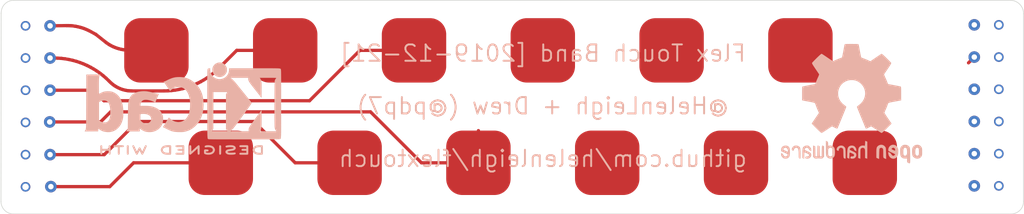
<source format=kicad_pcb>
(kicad_pcb (version 20171130) (host pcbnew 5.1.5-52549c5~84~ubuntu19.04.1)

  (general
    (thickness 1.6)
    (drawings 12)
    (tracks 110)
    (zones 0)
    (modules 38)
    (nets 25)
  )

  (page A4)
  (layers
    (0 F.Cu signal)
    (31 B.Cu signal)
    (32 B.Adhes user)
    (33 F.Adhes user)
    (34 B.Paste user)
    (35 F.Paste user)
    (36 B.SilkS user hide)
    (37 F.SilkS user)
    (38 B.Mask user)
    (39 F.Mask user)
    (40 Dwgs.User user)
    (41 Cmts.User user)
    (42 Eco1.User user)
    (43 Eco2.User user)
    (44 Edge.Cuts user)
    (45 Margin user)
    (46 B.CrtYd user)
    (47 F.CrtYd user)
    (48 B.Fab user)
    (49 F.Fab user)
  )

  (setup
    (last_trace_width 0.508)
    (trace_clearance 0.508)
    (zone_clearance 0.508)
    (zone_45_only no)
    (trace_min 0.1524)
    (via_size 0.508)
    (via_drill 0.254)
    (via_min_size 0.508)
    (via_min_drill 0.254)
    (uvia_size 0.3)
    (uvia_drill 0.1)
    (uvias_allowed no)
    (uvia_min_size 0.2)
    (uvia_min_drill 0.1)
    (edge_width 0.1)
    (segment_width 0.2)
    (pcb_text_width 0.3)
    (pcb_text_size 1.5 1.5)
    (mod_edge_width 0.15)
    (mod_text_size 1 1)
    (mod_text_width 0.15)
    (pad_size 1.8 1.8)
    (pad_drill 0.85)
    (pad_to_mask_clearance 0)
    (solder_mask_min_width 0.25)
    (aux_axis_origin 0 0)
    (visible_elements FFFDFF7F)
    (pcbplotparams
      (layerselection 0x010fc_ffffffff)
      (usegerberextensions false)
      (usegerberattributes false)
      (usegerberadvancedattributes false)
      (creategerberjobfile false)
      (excludeedgelayer true)
      (linewidth 0.100000)
      (plotframeref false)
      (viasonmask false)
      (mode 1)
      (useauxorigin false)
      (hpglpennumber 1)
      (hpglpenspeed 20)
      (hpglpendiameter 15.000000)
      (psnegative false)
      (psa4output false)
      (plotreference true)
      (plotvalue true)
      (plotinvisibletext false)
      (padsonsilk false)
      (subtractmaskfromsilk false)
      (outputformat 1)
      (mirror false)
      (drillshape 1)
      (scaleselection 1)
      (outputdirectory ""))
  )

  (net 0 "")
  (net 1 "Net-(J1-Pad1)")
  (net 2 "Net-(J2-Pad1)")
  (net 3 "Net-(J3-Pad1)")
  (net 4 "Net-(J4-Pad1)")
  (net 5 "Net-(J5-Pad1)")
  (net 6 "Net-(J6-Pad1)")
  (net 7 "Net-(J7-Pad1)")
  (net 8 "Net-(J8-Pad1)")
  (net 9 "Net-(J9-Pad1)")
  (net 10 "Net-(J10-Pad1)")
  (net 11 "Net-(J11-Pad1)")
  (net 12 "Net-(J12-Pad1)")
  (net 13 "Net-(J13-Pad1)")
  (net 14 "Net-(J14-Pad1)")
  (net 15 "Net-(J15-Pad1)")
  (net 16 "Net-(J16-Pad1)")
  (net 17 "Net-(J17-Pad1)")
  (net 18 "Net-(J18-Pad1)")
  (net 19 "Net-(J19-Pad1)")
  (net 20 "Net-(J20-Pad1)")
  (net 21 "Net-(J21-Pad1)")
  (net 22 "Net-(J22-Pad1)")
  (net 23 "Net-(J23-Pad1)")
  (net 24 "Net-(J24-Pad1)")

  (net_class Default "This is the default net class."
    (clearance 0.508)
    (trace_width 0.508)
    (via_dia 0.508)
    (via_drill 0.254)
    (uvia_dia 0.3)
    (uvia_drill 0.1)
    (diff_pair_width 1.524)
    (diff_pair_gap 1.524)
    (add_net "Net-(J1-Pad1)")
    (add_net "Net-(J10-Pad1)")
    (add_net "Net-(J11-Pad1)")
    (add_net "Net-(J12-Pad1)")
    (add_net "Net-(J13-Pad1)")
    (add_net "Net-(J14-Pad1)")
    (add_net "Net-(J15-Pad1)")
    (add_net "Net-(J16-Pad1)")
    (add_net "Net-(J17-Pad1)")
    (add_net "Net-(J18-Pad1)")
    (add_net "Net-(J19-Pad1)")
    (add_net "Net-(J2-Pad1)")
    (add_net "Net-(J20-Pad1)")
    (add_net "Net-(J21-Pad1)")
    (add_net "Net-(J22-Pad1)")
    (add_net "Net-(J23-Pad1)")
    (add_net "Net-(J24-Pad1)")
    (add_net "Net-(J3-Pad1)")
    (add_net "Net-(J4-Pad1)")
    (add_net "Net-(J5-Pad1)")
    (add_net "Net-(J6-Pad1)")
    (add_net "Net-(J7-Pad1)")
    (add_net "Net-(J8-Pad1)")
    (add_net "Net-(J9-Pad1)")
  )

  (net_class trace ""
    (clearance 0.508)
    (trace_width 0.508)
    (via_dia 0.508)
    (via_drill 0.254)
    (uvia_dia 0.3)
    (uvia_drill 0.1)
    (diff_pair_width 1.524)
    (diff_pair_gap 1.524)
  )

  (module Symbol:OSHW-Logo2_24.3x20mm_SilkScreen (layer B.Cu) (tedit 0) (tstamp 5DFE74A4)
    (at 142.24 26.035 180)
    (descr "Open Source Hardware Symbol")
    (tags "Logo Symbol OSHW")
    (attr virtual)
    (fp_text reference REF** (at 0 0) (layer B.SilkS) hide
      (effects (font (size 1 1) (thickness 0.15)) (justify mirror))
    )
    (fp_text value OSHW-Logo2_24.3x20mm_SilkScreen (at 0.75 0) (layer B.Fab) hide
      (effects (font (size 1 1) (thickness 0.15)) (justify mirror))
    )
    (fp_poly (pts (xy -8.046834 -6.436506) (xy -7.860916 -6.529204) (xy -7.69682 -6.699885) (xy -7.651628 -6.763107)
      (xy -7.602396 -6.845834) (xy -7.570453 -6.935687) (xy -7.552178 -7.055608) (xy -7.543952 -7.228537)
      (xy -7.542145 -7.456835) (xy -7.550303 -7.769693) (xy -7.578659 -8.004598) (xy -7.633038 -8.179847)
      (xy -7.719263 -8.313738) (xy -7.843159 -8.424569) (xy -7.852263 -8.431131) (xy -7.974366 -8.498256)
      (xy -8.1214 -8.531467) (xy -8.308396 -8.539655) (xy -8.612387 -8.539655) (xy -8.612515 -8.834762)
      (xy -8.615344 -8.999117) (xy -8.632582 -9.095523) (xy -8.67763 -9.153343) (xy -8.763886 -9.201941)
      (xy -8.784601 -9.211869) (xy -8.881538 -9.258398) (xy -8.956593 -9.287786) (xy -9.012402 -9.290324)
      (xy -9.051603 -9.256302) (xy -9.076832 -9.176012) (xy -9.090728 -9.039743) (xy -9.095927 -8.837787)
      (xy -9.095066 -8.560434) (xy -9.090784 -8.197976) (xy -9.089447 -8.08956) (xy -9.084629 -7.715837)
      (xy -9.080313 -7.471369) (xy -8.612643 -7.471369) (xy -8.610015 -7.678877) (xy -8.598333 -7.814645)
      (xy -8.571903 -7.904192) (xy -8.525031 -7.973039) (xy -8.493207 -8.006618) (xy -8.363108 -8.104869)
      (xy -8.247921 -8.112866) (xy -8.129066 -8.03173) (xy -8.126053 -8.028736) (xy -8.077695 -7.96603)
      (xy -8.048278 -7.880808) (xy -8.03344 -7.749564) (xy -8.028819 -7.548793) (xy -8.028735 -7.504314)
      (xy -8.039902 -7.227639) (xy -8.076253 -7.035842) (xy -8.142059 -6.918757) (xy -8.241593 -6.866215)
      (xy -8.299119 -6.86092) (xy -8.435649 -6.885767) (xy -8.529298 -6.967581) (xy -8.58567 -7.11727)
      (xy -8.610367 -7.345743) (xy -8.612643 -7.471369) (xy -9.080313 -7.471369) (xy -9.079522 -7.426587)
      (xy -9.072922 -7.20897) (xy -9.063623 -7.050146) (xy -9.050423 -6.937274) (xy -9.032115 -6.857513)
      (xy -9.007497 -6.798023) (xy -8.975363 -6.745963) (xy -8.961585 -6.726373) (xy -8.778812 -6.541328)
      (xy -8.547724 -6.436412) (xy -8.28041 -6.407163) (xy -8.046834 -6.436506)) (layer B.SilkS) (width 0.01))
    (fp_poly (pts (xy -4.304284 -6.462865) (xy -4.148128 -6.55319) (xy -4.039559 -6.642845) (xy -3.960155 -6.736776)
      (xy -3.905454 -6.851646) (xy -3.87099 -7.004114) (xy -3.852299 -7.210844) (xy -3.844919 -7.488496)
      (xy -3.844061 -7.688086) (xy -3.844061 -8.422766) (xy -4.050862 -8.515472) (xy -4.257662 -8.608179)
      (xy -4.281992 -7.803492) (xy -4.292045 -7.502966) (xy -4.302591 -7.284835) (xy -4.315657 -7.134186)
      (xy -4.333271 -7.036107) (xy -4.357461 -6.975688) (xy -4.390254 -6.938016) (xy -4.400775 -6.929862)
      (xy -4.560187 -6.866178) (xy -4.721321 -6.891378) (xy -4.817241 -6.958238) (xy -4.856259 -7.005616)
      (xy -4.883267 -7.067787) (xy -4.900432 -7.162039) (xy -4.909918 -7.305657) (xy -4.913893 -7.515931)
      (xy -4.914559 -7.73507) (xy -4.91469 -8.009999) (xy -4.919397 -8.204602) (xy -4.935154 -8.335851)
      (xy -4.968433 -8.420718) (xy -5.025707 -8.476177) (xy -5.113447 -8.519201) (xy -5.230638 -8.563907)
      (xy -5.358632 -8.612571) (xy -5.343396 -7.74891) (xy -5.337261 -7.437565) (xy -5.330082 -7.207483)
      (xy -5.319795 -7.042614) (xy -5.30433 -6.926909) (xy -5.281621 -6.844316) (xy -5.249601 -6.778788)
      (xy -5.210997 -6.720974) (xy -5.024747 -6.536283) (xy -4.797479 -6.429481) (xy -4.550291 -6.403898)
      (xy -4.304284 -6.462865)) (layer B.SilkS) (width 0.01))
    (fp_poly (pts (xy -9.919632 -6.443358) (xy -9.691564 -6.56328) (xy -9.523248 -6.756278) (xy -9.463459 -6.880355)
      (xy -9.416934 -7.066653) (xy -9.393118 -7.302045) (xy -9.39086 -7.558952) (xy -9.409008 -7.809799)
      (xy -9.446411 -8.027009) (xy -9.501916 -8.183005) (xy -9.518975 -8.209871) (xy -9.72103 -8.410415)
      (xy -9.961022 -8.530529) (xy -10.221434 -8.56568) (xy -10.484753 -8.511337) (xy -10.558033 -8.478756)
      (xy -10.700739 -8.378353) (xy -10.825986 -8.245225) (xy -10.837823 -8.228341) (xy -10.885935 -8.146969)
      (xy -10.917738 -8.059984) (xy -10.936526 -7.945475) (xy -10.945592 -7.78153) (xy -10.948229 -7.54624)
      (xy -10.948275 -7.493487) (xy -10.948154 -7.476699) (xy -10.461685 -7.476699) (xy -10.458854 -7.698761)
      (xy -10.447712 -7.846123) (xy -10.424291 -7.941308) (xy -10.384619 -8.006837) (xy -10.364367 -8.028736)
      (xy -10.24794 -8.111953) (xy -10.134902 -8.108158) (xy -10.020609 -8.035973) (xy -9.952441 -7.958911)
      (xy -9.91207 -7.846429) (xy -9.889398 -7.669055) (xy -9.887843 -7.648367) (xy -9.883973 -7.326911)
      (xy -9.924417 -7.088167) (xy -10.008626 -6.9336) (xy -10.136053 -6.864678) (xy -10.18154 -6.86092)
      (xy -10.300981 -6.879821) (xy -10.382683 -6.945306) (xy -10.432637 -7.070544) (xy -10.456834 -7.268704)
      (xy -10.461685 -7.476699) (xy -10.948154 -7.476699) (xy -10.946463 -7.242765) (xy -10.938853 -7.067582)
      (xy -10.922186 -6.946191) (xy -10.893201 -6.856847) (xy -10.84864 -6.777803) (xy -10.838793 -6.763107)
      (xy -10.67328 -6.565011) (xy -10.49293 -6.450014) (xy -10.273365 -6.404365) (xy -10.198805 -6.402135)
      (xy -9.919632 -6.443358)) (layer B.SilkS) (width 0.01))
    (fp_poly (pts (xy -6.140747 -6.474461) (xy -5.948903 -6.603519) (xy -5.800648 -6.789915) (xy -5.712084 -7.027109)
      (xy -5.694172 -7.201691) (xy -5.696206 -7.274544) (xy -5.71324 -7.330324) (xy -5.760064 -7.380298)
      (xy -5.851473 -7.435733) (xy -6.002258 -7.507896) (xy -6.227213 -7.608055) (xy -6.228352 -7.608558)
      (xy -6.435415 -7.703396) (xy -6.605212 -7.787609) (xy -6.720388 -7.852133) (xy -6.76359 -7.8879)
      (xy -6.763601 -7.888188) (xy -6.725525 -7.966074) (xy -6.636484 -8.051924) (xy -6.534263 -8.113769)
      (xy -6.482474 -8.126054) (xy -6.341184 -8.083564) (xy -6.219512 -7.977152) (xy -6.160145 -7.860156)
      (xy -6.103033 -7.773905) (xy -5.991161 -7.675681) (xy -5.859654 -7.590827) (xy -5.743632 -7.544681)
      (xy -5.719371 -7.542146) (xy -5.692062 -7.583868) (xy -5.690416 -7.690519) (xy -5.710486 -7.834321)
      (xy -5.748322 -7.987501) (xy -5.799977 -8.122283) (xy -5.802586 -8.127516) (xy -5.958031 -8.344557)
      (xy -6.159493 -8.492185) (xy -6.388288 -8.564644) (xy -6.625733 -8.556177) (xy -6.853146 -8.461027)
      (xy -6.863257 -8.454337) (xy -7.04215 -8.292211) (xy -7.15978 -8.080682) (xy -7.224877 -7.802543)
      (xy -7.233613 -7.724398) (xy -7.249086 -7.355549) (xy -7.230537 -7.183541) (xy -6.763601 -7.183541)
      (xy -6.757534 -7.290838) (xy -6.724351 -7.322152) (xy -6.641623 -7.298725) (xy -6.511221 -7.243348)
      (xy -6.365457 -7.173932) (xy -6.361834 -7.172094) (xy -6.238283 -7.107108) (xy -6.188697 -7.06374)
      (xy -6.200925 -7.018275) (xy -6.252412 -6.958536) (xy -6.383399 -6.872085) (xy -6.524462 -6.865733)
      (xy -6.650995 -6.928649) (xy -6.738392 -7.050003) (xy -6.763601 -7.183541) (xy -7.230537 -7.183541)
      (xy -7.21726 -7.060435) (xy -7.135609 -6.826382) (xy -7.021939 -6.662413) (xy -6.816775 -6.496716)
      (xy -6.590786 -6.414519) (xy -6.360075 -6.409281) (xy -6.140747 -6.474461)) (layer B.SilkS) (width 0.01))
    (fp_poly (pts (xy -2.092337 -6.206429) (xy -2.078077 -6.405313) (xy -2.061698 -6.522511) (xy -2.039002 -6.573632)
      (xy -2.005788 -6.574286) (xy -1.995019 -6.568183) (xy -1.851767 -6.523997) (xy -1.665425 -6.526577)
      (xy -1.475976 -6.571999) (xy -1.357483 -6.630759) (xy -1.235991 -6.724631) (xy -1.147177 -6.830865)
      (xy -1.086208 -6.96585) (xy -1.04825 -7.145976) (xy -1.028468 -7.387633) (xy -1.02203 -7.707211)
      (xy -1.021914 -7.768516) (xy -1.021839 -8.457147) (xy -1.175077 -8.510566) (xy -1.283913 -8.546908)
      (xy -1.343626 -8.563828) (xy -1.345383 -8.563985) (xy -1.351264 -8.5181) (xy -1.356268 -8.391539)
      (xy -1.360016 -8.200941) (xy -1.362127 -7.962948) (xy -1.362452 -7.818252) (xy -1.363129 -7.532955)
      (xy -1.366614 -7.32848) (xy -1.375088 -7.188334) (xy -1.390734 -7.096023) (xy -1.415731 -7.035053)
      (xy -1.452262 -6.988931) (xy -1.475071 -6.96672) (xy -1.631751 -6.877214) (xy -1.802726 -6.870511)
      (xy -1.95785 -6.946208) (xy -1.986537 -6.973539) (xy -2.028613 -7.024929) (xy -2.057799 -7.085886)
      (xy -2.076429 -7.174025) (xy -2.086839 -7.306961) (xy -2.091363 -7.502309) (xy -2.092337 -7.771652)
      (xy -2.092337 -8.457147) (xy -2.245575 -8.510566) (xy -2.354411 -8.546908) (xy -2.414124 -8.563828)
      (xy -2.415881 -8.563985) (xy -2.420375 -8.517414) (xy -2.424425 -8.386051) (xy -2.42787 -8.182422)
      (xy -2.430547 -7.919054) (xy -2.432294 -7.608471) (xy -2.432949 -7.263201) (xy -2.43295 -7.247843)
      (xy -2.43295 -5.931701) (xy -2.116666 -5.798289) (xy -2.092337 -6.206429)) (layer B.SilkS) (width 0.01))
    (fp_poly (pts (xy 0.133241 -6.540601) (xy 0.323905 -6.611403) (xy 0.326086 -6.612764) (xy 0.444006 -6.69955)
      (xy 0.53106 -6.800973) (xy 0.592286 -6.933145) (xy 0.632723 -7.112182) (xy 0.657409 -7.354195)
      (xy 0.671382 -7.675299) (xy 0.672607 -7.721048) (xy 0.6902 -8.410869) (xy 0.542152 -8.487427)
      (xy 0.43503 -8.539163) (xy 0.370351 -8.563678) (xy 0.367359 -8.563985) (xy 0.356166 -8.518751)
      (xy 0.347275 -8.396736) (xy 0.341806 -8.218468) (xy 0.340613 -8.074116) (xy 0.340586 -7.840271)
      (xy 0.329896 -7.693419) (xy 0.292633 -7.623376) (xy 0.212888 -7.619958) (xy 0.074749 -7.672983)
      (xy -0.133812 -7.770454) (xy -0.287171 -7.851409) (xy -0.366048 -7.921644) (xy -0.389236 -7.998194)
      (xy -0.389272 -8.001982) (xy -0.351007 -8.133852) (xy -0.237717 -8.205091) (xy -0.064336 -8.21541)
      (xy 0.06055 -8.21362) (xy 0.126399 -8.249589) (xy 0.167464 -8.335985) (xy 0.191099 -8.446054)
      (xy 0.157039 -8.508508) (xy 0.144214 -8.517446) (xy 0.023472 -8.553343) (xy -0.145612 -8.558426)
      (xy -0.319739 -8.534631) (xy -0.443124 -8.491147) (xy -0.613713 -8.346309) (xy -0.710681 -8.144694)
      (xy -0.729885 -7.98718) (xy -0.71523 -7.845104) (xy -0.662199 -7.729127) (xy -0.557194 -7.626121)
      (xy -0.386614 -7.522954) (xy -0.136862 -7.406496) (xy -0.121647 -7.399914) (xy 0.103329 -7.295981)
      (xy 0.242157 -7.210743) (xy 0.301662 -7.134147) (xy 0.288672 -7.056139) (xy 0.210012 -6.966664)
      (xy 0.18649 -6.946073) (xy 0.028933 -6.866236) (xy -0.134323 -6.869597) (xy -0.276505 -6.947874)
      (xy -0.37084 -7.092781) (xy -0.379605 -7.121224) (xy -0.464962 -7.259174) (xy -0.573271 -7.32562)
      (xy -0.729885 -7.391471) (xy -0.729885 -7.221097) (xy -0.682244 -6.973454) (xy -0.540841 -6.746307)
      (xy -0.467258 -6.670318) (xy -0.299991 -6.57279) (xy -0.087274 -6.52864) (xy 0.133241 -6.540601)) (layer B.SilkS) (width 0.01))
    (fp_poly (pts (xy 1.776572 -6.536534) (xy 1.997609 -6.618099) (xy 2.176683 -6.762366) (xy 2.24672 -6.86392)
      (xy 2.323071 -7.050268) (xy 2.321485 -7.18501) (xy 2.241347 -7.275631) (xy 2.211696 -7.29104)
      (xy 2.083674 -7.339084) (xy 2.018294 -7.326776) (xy 1.996148 -7.246098) (xy 1.99502 -7.201533)
      (xy 1.954477 -7.037581) (xy 1.848802 -6.922891) (xy 1.701924 -6.867497) (xy 1.537773 -6.881435)
      (xy 1.404337 -6.953827) (xy 1.359269 -6.99512) (xy 1.327323 -7.045216) (xy 1.305744 -7.120942)
      (xy 1.291773 -7.239128) (xy 1.282655 -7.4166) (xy 1.275631 -7.670186) (xy 1.273812 -7.750479)
      (xy 1.267178 -8.025158) (xy 1.259636 -8.218481) (xy 1.248325 -8.346388) (xy 1.230385 -8.424822)
      (xy 1.202955 -8.469725) (xy 1.163177 -8.497038) (xy 1.13771 -8.509105) (xy 1.029556 -8.550367)
      (xy 0.96589 -8.563985) (xy 0.944854 -8.518505) (xy 0.932013 -8.381006) (xy 0.9273 -8.149902)
      (xy 0.930644 -7.823604) (xy 0.931686 -7.773276) (xy 0.939035 -7.475581) (xy 0.947726 -7.258205)
      (xy 0.960092 -7.104153) (xy 0.97847 -6.99643) (xy 1.005195 -6.918042) (xy 1.042602 -6.851994)
      (xy 1.06217 -6.823691) (xy 1.174366 -6.698467) (xy 1.29985 -6.601063) (xy 1.315213 -6.592561)
      (xy 1.540223 -6.525433) (xy 1.776572 -6.536534)) (layer B.SilkS) (width 0.01))
    (fp_poly (pts (xy 3.989857 -6.924093) (xy 3.989239 -7.287769) (xy 3.986847 -7.567532) (xy 3.981671 -7.776784)
      (xy 3.972704 -7.928926) (xy 3.958936 -8.037359) (xy 3.939361 -8.115485) (xy 3.912968 -8.176707)
      (xy 3.892984 -8.211652) (xy 3.727483 -8.401157) (xy 3.517648 -8.519942) (xy 3.285486 -8.562564)
      (xy 3.053008 -8.523583) (xy 2.914572 -8.453532) (xy 2.769242 -8.332353) (xy 2.670195 -8.184354)
      (xy 2.610435 -7.990534) (xy 2.582969 -7.731892) (xy 2.579079 -7.542146) (xy 2.579603 -7.52851)
      (xy 2.919541 -7.52851) (xy 2.921617 -7.746096) (xy 2.93113 -7.890134) (xy 2.953008 -7.984364)
      (xy 2.992176 -8.052523) (xy 3.038976 -8.103936) (xy 3.196146 -8.203175) (xy 3.3649 -8.211653)
      (xy 3.524393 -8.128799) (xy 3.536807 -8.117572) (xy 3.589791 -8.059171) (xy 3.623014 -7.989686)
      (xy 3.641 -7.88627) (xy 3.648275 -7.726073) (xy 3.649426 -7.548965) (xy 3.646932 -7.326467)
      (xy 3.636608 -7.178037) (xy 3.614191 -7.080489) (xy 3.575418 -7.010637) (xy 3.543626 -6.973539)
      (xy 3.395939 -6.879975) (xy 3.225846 -6.868725) (xy 3.063492 -6.94019) (xy 3.03216 -6.96672)
      (xy 2.978822 -7.025636) (xy 2.945531 -7.095837) (xy 2.927656 -7.200418) (xy 2.920566 -7.362479)
      (xy 2.919541 -7.52851) (xy 2.579603 -7.52851) (xy 2.59084 -7.236579) (xy 2.630787 -7.006993)
      (xy 2.705913 -6.834387) (xy 2.823214 -6.69976) (xy 2.914572 -6.630759) (xy 3.080627 -6.556214)
      (xy 3.273092 -6.521613) (xy 3.451999 -6.530875) (xy 3.552108 -6.568238) (xy 3.591393 -6.578872)
      (xy 3.617461 -6.539225) (xy 3.635658 -6.432981) (xy 3.649426 -6.271145) (xy 3.664499 -6.090902)
      (xy 3.685436 -5.982458) (xy 3.723532 -5.920446) (xy 3.790085 -5.879499) (xy 3.831897 -5.861366)
      (xy 3.990039 -5.79512) (xy 3.989857 -6.924093)) (layer B.SilkS) (width 0.01))
    (fp_poly (pts (xy 5.966873 -6.5664) (xy 5.974299 -6.694422) (xy 5.980118 -6.888985) (xy 5.983859 -7.134702)
      (xy 5.985058 -7.392426) (xy 5.985058 -8.264545) (xy 5.831075 -8.418528) (xy 5.724963 -8.513412)
      (xy 5.631816 -8.551845) (xy 5.504504 -8.549413) (xy 5.453968 -8.543223) (xy 5.296017 -8.52521)
      (xy 5.165371 -8.514888) (xy 5.133525 -8.513935) (xy 5.026166 -8.520171) (xy 4.872619 -8.535824)
      (xy 4.813083 -8.543223) (xy 4.666857 -8.554668) (xy 4.568589 -8.529808) (xy 4.47115 -8.453058)
      (xy 4.435976 -8.418528) (xy 4.281993 -8.264545) (xy 4.281993 -6.633246) (xy 4.40593 -6.576776)
      (xy 4.51265 -6.53495) (xy 4.575087 -6.520307) (xy 4.591096 -6.566583) (xy 4.606058 -6.695884)
      (xy 4.618978 -6.893914) (xy 4.628857 -7.14638) (xy 4.633622 -7.359675) (xy 4.646935 -8.199042)
      (xy 4.76308 -8.215464) (xy 4.868716 -8.203982) (xy 4.920477 -8.166805) (xy 4.934945 -8.097298)
      (xy 4.947298 -7.94924) (xy 4.956552 -7.741391) (xy 4.961728 -7.492512) (xy 4.962474 -7.364435)
      (xy 4.963219 -6.627145) (xy 5.116457 -6.573726) (xy 5.224916 -6.537406) (xy 5.283913 -6.520468)
      (xy 5.285614 -6.520307) (xy 5.291533 -6.566349) (xy 5.298039 -6.694018) (xy 5.304586 -6.887632)
      (xy 5.310627 -7.131507) (xy 5.314848 -7.359675) (xy 5.328161 -8.199042) (xy 5.620115 -8.199042)
      (xy 5.633513 -7.433275) (xy 5.64691 -6.667508) (xy 5.789238 -6.593908) (xy 5.894322 -6.543366)
      (xy 5.956517 -6.520431) (xy 5.958312 -6.520307) (xy 5.966873 -6.5664)) (layer B.SilkS) (width 0.01))
    (fp_poly (pts (xy 7.190678 -6.558594) (xy 7.330782 -6.622323) (xy 7.44075 -6.699543) (xy 7.521324 -6.785887)
      (xy 7.576954 -6.897272) (xy 7.612089 -7.049616) (xy 7.631179 -7.258835) (xy 7.638672 -7.540846)
      (xy 7.639464 -7.726555) (xy 7.639464 -8.451046) (xy 7.515527 -8.507515) (xy 7.41791 -8.548787)
      (xy 7.36955 -8.563985) (xy 7.360298 -8.518762) (xy 7.352958 -8.396824) (xy 7.348464 -8.218772)
      (xy 7.34751 -8.077395) (xy 7.34341 -7.873146) (xy 7.332354 -7.711113) (xy 7.316211 -7.611891)
      (xy 7.303387 -7.590805) (xy 7.217186 -7.612338) (xy 7.081862 -7.667566) (xy 6.92517 -7.742436)
      (xy 6.774863 -7.822892) (xy 6.658693 -7.89488) (xy 6.604413 -7.944346) (xy 6.604198 -7.944881)
      (xy 6.608867 -8.036428) (xy 6.650732 -8.12382) (xy 6.724235 -8.194802) (xy 6.831516 -8.218543)
      (xy 6.923202 -8.215777) (xy 7.053058 -8.213741) (xy 7.121221 -8.244164) (xy 7.162159 -8.324543)
      (xy 7.167321 -8.3397) (xy 7.185067 -8.454331) (xy 7.137609 -8.523934) (xy 7.013907 -8.557105)
      (xy 6.880281 -8.56324) (xy 6.639817 -8.517763) (xy 6.515338 -8.452817) (xy 6.361605 -8.300246)
      (xy 6.280073 -8.112971) (xy 6.272756 -7.915085) (xy 6.341669 -7.730685) (xy 6.445328 -7.615134)
      (xy 6.548823 -7.550442) (xy 6.711492 -7.468542) (xy 6.901054 -7.385486) (xy 6.93265 -7.372795)
      (xy 7.140869 -7.280908) (xy 7.260898 -7.199923) (xy 7.299501 -7.119413) (xy 7.26344 -7.02895)
      (xy 7.201533 -6.958238) (xy 7.055213 -6.87117) (xy 6.894217 -6.86464) (xy 6.746573 -6.931735)
      (xy 6.64031 -7.065544) (xy 6.626362 -7.100067) (xy 6.54516 -7.227042) (xy 6.426608 -7.321309)
      (xy 6.277012 -7.398668) (xy 6.277012 -7.179307) (xy 6.285817 -7.04528) (xy 6.32357 -6.939644)
      (xy 6.407279 -6.826939) (xy 6.487636 -6.740127) (xy 6.612591 -6.617204) (xy 6.709677 -6.551171)
      (xy 6.813954 -6.524684) (xy 6.931989 -6.520307) (xy 7.190678 -6.558594)) (layer B.SilkS) (width 0.01))
    (fp_poly (pts (xy 8.892816 -6.566697) (xy 8.950976 -6.592116) (xy 9.089795 -6.702059) (xy 9.208505 -6.86103)
      (xy 9.281921 -7.030677) (xy 9.29387 -7.114313) (xy 9.253809 -7.231078) (xy 9.165935 -7.292862)
      (xy 9.071718 -7.330273) (xy 9.028577 -7.337167) (xy 9.007571 -7.287138) (xy 8.96609 -7.178269)
      (xy 8.947892 -7.129076) (xy 8.845848 -6.958913) (xy 8.698103 -6.874038) (xy 8.508655 -6.876648)
      (xy 8.494623 -6.879991) (xy 8.393481 -6.927945) (xy 8.319124 -7.021432) (xy 8.268338 -7.171939)
      (xy 8.237908 -7.390951) (xy 8.224618 -7.689956) (xy 8.223372 -7.849056) (xy 8.222754 -8.099855)
      (xy 8.218705 -8.270825) (xy 8.207933 -8.379454) (xy 8.187147 -8.44323) (xy 8.153055 -8.479643)
      (xy 8.102365 -8.506179) (xy 8.099435 -8.507515) (xy 8.001818 -8.548787) (xy 7.953458 -8.563985)
      (xy 7.946027 -8.518037) (xy 7.939666 -8.391034) (xy 7.934832 -8.199235) (xy 7.931985 -7.958902)
      (xy 7.931418 -7.783024) (xy 7.934313 -7.442688) (xy 7.945637 -7.184495) (xy 7.969346 -6.993374)
      (xy 8.009397 -6.854253) (xy 8.069747 -6.75206) (xy 8.154353 -6.671724) (xy 8.237899 -6.615655)
      (xy 8.438791 -6.541032) (xy 8.672596 -6.524202) (xy 8.892816 -6.566697)) (layer B.SilkS) (width 0.01))
    (fp_poly (pts (xy 10.572399 -6.594233) (xy 10.764917 -6.720057) (xy 10.857774 -6.832696) (xy 10.93134 -7.037092)
      (xy 10.937183 -7.19883) (xy 10.923947 -7.415094) (xy 10.425192 -7.633398) (xy 10.182685 -7.74493)
      (xy 10.024229 -7.83465) (xy 9.941836 -7.912361) (xy 9.927518 -7.987867) (xy 9.973287 -8.070971)
      (xy 10.023755 -8.126054) (xy 10.170605 -8.214389) (xy 10.330328 -8.220579) (xy 10.47702 -8.151735)
      (xy 10.584781 -8.014972) (xy 10.604055 -7.96668) (xy 10.696376 -7.815848) (xy 10.802588 -7.751567)
      (xy 10.948276 -7.696576) (xy 10.948276 -7.905057) (xy 10.935396 -8.046926) (xy 10.884943 -8.166563)
      (xy 10.779197 -8.303927) (xy 10.76348 -8.321777) (xy 10.645855 -8.443986) (xy 10.544746 -8.50957)
      (xy 10.41825 -8.539742) (xy 10.313384 -8.549623) (xy 10.125811 -8.552085) (xy 9.992284 -8.520892)
      (xy 9.908983 -8.474579) (xy 9.778063 -8.372735) (xy 9.687439 -8.262591) (xy 9.630087 -8.124069)
      (xy 9.59898 -7.93709) (xy 9.587094 -7.681577) (xy 9.586145 -7.551894) (xy 9.589371 -7.396421)
      (xy 9.883166 -7.396421) (xy 9.886573 -7.479827) (xy 9.895066 -7.493487) (xy 9.95111 -7.474931)
      (xy 10.071718 -7.425822) (xy 10.232913 -7.356002) (xy 10.266622 -7.340995) (xy 10.470339 -7.237404)
      (xy 10.582579 -7.146359) (xy 10.607247 -7.061081) (xy 10.548245 -6.974794) (xy 10.499518 -6.936667)
      (xy 10.323694 -6.860417) (xy 10.159127 -6.873014) (xy 10.021354 -6.966086) (xy 9.925913 -7.131256)
      (xy 9.895314 -7.262357) (xy 9.883166 -7.396421) (xy 9.589371 -7.396421) (xy 9.592432 -7.248919)
      (xy 9.615599 -7.024756) (xy 9.66149 -6.861526) (xy 9.735954 -6.741352) (xy 9.844836 -6.646355)
      (xy 9.892305 -6.615655) (xy 10.107938 -6.535703) (xy 10.344021 -6.530672) (xy 10.572399 -6.594233)) (layer B.SilkS) (width 0.01))
    (fp_poly (pts (xy 0.348357 9.245003) (xy 0.611677 9.243561) (xy 0.802246 9.239658) (xy 0.932345 9.232063)
      (xy 1.014257 9.21955) (xy 1.060266 9.200889) (xy 1.082653 9.174852) (xy 1.093702 9.140212)
      (xy 1.094776 9.135728) (xy 1.111559 9.054811) (xy 1.142625 8.895158) (xy 1.184742 8.673762)
      (xy 1.234679 8.407615) (xy 1.289203 8.11371) (xy 1.291107 8.103388) (xy 1.345723 7.815364)
      (xy 1.396822 7.560885) (xy 1.441106 7.355215) (xy 1.475279 7.213615) (xy 1.496043 7.15135)
      (xy 1.497033 7.150247) (xy 1.558199 7.119841) (xy 1.68431 7.069172) (xy 1.848131 7.009178)
      (xy 1.849043 7.008858) (xy 2.055388 6.931296) (xy 2.29866 6.832493) (xy 2.527969 6.733152)
      (xy 2.538822 6.72824) (xy 2.912317 6.558724) (xy 3.739365 7.123505) (xy 3.993077 7.29568)
      (xy 4.222902 7.449605) (xy 4.415525 7.576526) (xy 4.557632 7.667691) (xy 4.635907 7.714345)
      (xy 4.64334 7.717805) (xy 4.700224 7.7024) (xy 4.806469 7.628073) (xy 4.966219 7.491319)
      (xy 5.183616 7.288632) (xy 5.405548 7.072992) (xy 5.619491 6.860497) (xy 5.810969 6.66659)
      (xy 5.968455 6.503246) (xy 6.080422 6.382439) (xy 6.135343 6.316145) (xy 6.137386 6.312732)
      (xy 6.143458 6.267239) (xy 6.120584 6.192944) (xy 6.063115 6.079814) (xy 5.965399 5.917815)
      (xy 5.821784 5.696914) (xy 5.630333 5.41254) (xy 5.460423 5.162241) (xy 5.308538 4.93775)
      (xy 5.183455 4.7521) (xy 5.093949 4.618325) (xy 5.0488 4.549458) (xy 5.045958 4.544782)
      (xy 5.05147 4.478799) (xy 5.093255 4.350552) (xy 5.162997 4.18428) (xy 5.187854 4.131181)
      (xy 5.296311 3.894623) (xy 5.41202 3.626211) (xy 5.506015 3.393965) (xy 5.573745 3.221593)
      (xy 5.627543 3.090597) (xy 5.658631 3.022133) (xy 5.662496 3.016858) (xy 5.719671 3.00812)
      (xy 5.854448 2.984177) (xy 6.048906 2.948438) (xy 6.285125 2.904311) (xy 6.545184 2.855205)
      (xy 6.811163 2.804528) (xy 7.065143 2.755687) (xy 7.289201 2.712091) (xy 7.46542 2.677149)
      (xy 7.575877 2.654268) (xy 7.60297 2.647799) (xy 7.630956 2.631833) (xy 7.652081 2.595773)
      (xy 7.667297 2.527448) (xy 7.677553 2.414685) (xy 7.6838 2.245314) (xy 7.686988 2.007162)
      (xy 7.688067 1.688058) (xy 7.688123 1.557259) (xy 7.688123 0.493489) (xy 7.432663 0.443067)
      (xy 7.290537 0.415727) (xy 7.07845 0.375818) (xy 6.822193 0.328155) (xy 6.547558 0.277554)
      (xy 6.471648 0.263656) (xy 6.218221 0.214383) (xy 5.997447 0.16593) (xy 5.827857 0.122785)
      (xy 5.72798 0.089437) (xy 5.711343 0.079498) (xy 5.670489 0.009109) (xy 5.611913 -0.127283)
      (xy 5.546955 -0.302805) (xy 5.534071 -0.340613) (xy 5.448934 -0.57503) (xy 5.343256 -0.839524)
      (xy 5.23984 -1.077041) (xy 5.23933 -1.078144) (xy 5.067112 -1.450733) (xy 5.633524 -2.283893)
      (xy 6.199935 -3.117053) (xy 5.472702 -3.8455) (xy 5.252748 -4.062302) (xy 5.052132 -4.253414)
      (xy 4.882122 -4.408636) (xy 4.753985 -4.517764) (xy 4.678989 -4.570595) (xy 4.668231 -4.573947)
      (xy 4.605067 -4.547549) (xy 4.47618 -4.47416) (xy 4.295649 -4.362484) (xy 4.077554 -4.221224)
      (xy 3.841754 -4.063027) (xy 3.602436 -3.901664) (xy 3.389059 -3.761252) (xy 3.215175 -3.650431)
      (xy 3.094334 -3.577838) (xy 3.040263 -3.552108) (xy 2.974294 -3.57388) (xy 2.849198 -3.631251)
      (xy 2.69078 -3.7123) (xy 2.673987 -3.721309) (xy 2.460652 -3.8283) (xy 2.314364 -3.880772)
      (xy 2.22338 -3.88133) (xy 2.175959 -3.83258) (xy 2.175683 -3.831897) (xy 2.15198 -3.774164)
      (xy 2.095449 -3.637115) (xy 2.010474 -3.431357) (xy 1.901438 -3.167498) (xy 1.772724 -2.856144)
      (xy 1.628715 -2.507904) (xy 1.489251 -2.170744) (xy 1.33598 -1.798666) (xy 1.195251 -1.453987)
      (xy 1.071282 -1.147271) (xy 0.968291 -0.889085) (xy 0.890496 -0.689994) (xy 0.842114 -0.560565)
      (xy 0.827204 -0.512261) (xy 0.864594 -0.45685) (xy 0.962398 -0.368538) (xy 1.092815 -0.271174)
      (xy 1.464223 0.036747) (xy 1.75453 0.389696) (xy 1.960256 0.780239) (xy 2.077923 1.200943)
      (xy 2.104051 1.644371) (xy 2.08506 1.849042) (xy 1.981583 2.273677) (xy 1.803373 2.648664)
      (xy 1.561482 2.970304) (xy 1.266963 3.234899) (xy 0.930871 3.43875) (xy 0.564258 3.578158)
      (xy 0.178177 3.649426) (xy -0.216319 3.648855) (xy -0.608175 3.572746) (xy -0.98634 3.417401)
      (xy -1.33976 3.179121) (xy -1.487273 3.044361) (xy -1.770184 2.698321) (xy -1.967168 2.320174)
      (xy -2.079536 1.920945) (xy -2.108599 1.511655) (xy -2.055669 1.103328) (xy -1.922057 0.706987)
      (xy -1.709075 0.333655) (xy -1.418034 -0.005645) (xy -1.092814 -0.271174) (xy -0.957348 -0.372671)
      (xy -0.861651 -0.460025) (xy -0.827203 -0.512343) (xy -0.84524 -0.569398) (xy -0.896538 -0.705698)
      (xy -0.976876 -0.910678) (xy -1.082036 -1.173772) (xy -1.207796 -1.484416) (xy -1.349937 -1.832043)
      (xy -1.489635 -2.170826) (xy -1.643759 -2.543222) (xy -1.786518 -2.888307) (xy -1.913529 -3.195477)
      (xy -2.020411 -3.454125) (xy -2.10278 -3.653647) (xy -2.156253 -3.783435) (xy -2.176067 -3.831897)
      (xy -2.222876 -3.881129) (xy -2.313417 -3.880985) (xy -2.459342 -3.828877) (xy -2.672302 -3.722216)
      (xy -2.673986 -3.721309) (xy -2.83433 -3.638536) (xy -2.963948 -3.578242) (xy -3.037037 -3.552346)
      (xy -3.040263 -3.552108) (xy -3.095284 -3.578374) (xy -3.216757 -3.651416) (xy -3.391129 -3.762595)
      (xy -3.60485 -3.903273) (xy -3.841753 -4.063027) (xy -4.082945 -4.224779) (xy -4.300326 -4.36545)
      (xy -4.479816 -4.476335) (xy -4.607336 -4.54873) (xy -4.66823 -4.573947) (xy -4.724303 -4.540803)
      (xy -4.83704 -4.448173) (xy -4.995177 -4.306257) (xy -5.187449 -4.125255) (xy -5.402591 -3.915369)
      (xy -5.472952 -3.845249) (xy -6.200434 -3.116552) (xy -5.646705 -2.3039) (xy -5.478423 -2.054342)
      (xy -5.330729 -1.830366) (xy -5.21191 -1.644949) (xy -5.13025 -1.511065) (xy -5.094036 -1.44169)
      (xy -5.092975 -1.436755) (xy -5.112067 -1.371364) (xy -5.163418 -1.239825) (xy -5.23814 -1.064181)
      (xy -5.290588 -0.946591) (xy -5.388654 -0.721461) (xy -5.481007 -0.494015) (xy -5.552606 -0.301839)
      (xy -5.572056 -0.243295) (xy -5.627314 -0.086956) (xy -5.681331 0.033842) (xy -5.711001 0.079498)
      (xy -5.776476 0.107439) (xy -5.919376 0.147049) (xy -6.121161 0.193838) (xy -6.363288 0.243317)
      (xy -6.471647 0.263656) (xy -6.746811 0.314219) (xy -7.010746 0.363178) (xy -7.237659 0.405719)
      (xy -7.401761 0.437025) (xy -7.432662 0.443067) (xy -7.688122 0.493489) (xy -7.688122 1.557259)
      (xy -7.687548 1.90705) (xy -7.685193 2.1717) (xy -7.680107 2.363378) (xy -7.671339 2.494256)
      (xy -7.657938 2.576507) (xy -7.638954 2.622302) (xy -7.613438 2.643812) (xy -7.602969 2.647799)
      (xy -7.539826 2.661944) (xy -7.400325 2.690166) (xy -7.202389 2.729057) (xy -6.963935 2.775208)
      (xy -6.702886 2.825212) (xy -6.437161 2.875659) (xy -6.184681 2.923142) (xy -5.963365 2.964252)
      (xy -5.791134 2.995581) (xy -5.685908 3.013722) (xy -5.662495 3.016858) (xy -5.641284 3.058827)
      (xy -5.594332 3.17063) (xy -5.530419 3.331112) (xy -5.506014 3.393965) (xy -5.40758 3.636797)
      (xy -5.291666 3.905082) (xy -5.187853 4.131181) (xy -5.111465 4.304065) (xy -5.060644 4.446123)
      (xy -5.043679 4.533122) (xy -5.046384 4.544782) (xy -5.082239 4.59983) (xy -5.164108 4.722261)
      (xy -5.283205 4.899038) (xy -5.430742 5.117123) (xy -5.597931 5.36348) (xy -5.63099 5.412109)
      (xy -5.82498 5.700227) (xy -5.967579 5.919623) (xy -6.064473 6.080398) (xy -6.121346 6.192654)
      (xy -6.143884 6.26649) (xy -6.137772 6.31201) (xy -6.137616 6.3123) (xy -6.089511 6.37209)
      (xy -5.983111 6.487681) (xy -5.829948 6.647091) (xy -5.641555 6.838335) (xy -5.429465 7.049432)
      (xy -5.405547 7.072992) (xy -5.138262 7.331828) (xy -4.931992 7.521883) (xy -4.782592 7.646663)
      (xy -4.68592 7.709673) (xy -4.643339 7.717805) (xy -4.581196 7.682328) (xy -4.452237 7.600377)
      (xy -4.269778 7.480708) (xy -4.047133 7.332074) (xy -3.797616 7.163228) (xy -3.739364 7.123505)
      (xy -2.912316 6.558724) (xy -2.538821 6.72824) (xy -2.311684 6.827029) (xy -2.067872 6.926383)
      (xy -1.858275 7.005599) (xy -1.849042 7.008858) (xy -1.685095 7.068871) (xy -1.558715 7.119618)
      (xy -1.497137 7.150159) (xy -1.497032 7.150247) (xy -1.477493 7.205452) (xy -1.444279 7.341221)
      (xy -1.400687 7.542291) (xy -1.350016 7.793401) (xy -1.295561 8.079287) (xy -1.291106 8.103388)
      (xy -1.236482 8.397941) (xy -1.186336 8.665316) (xy -1.143898 8.88852) (xy -1.112402 9.050561)
      (xy -1.095077 9.134447) (xy -1.094775 9.135728) (xy -1.084232 9.171412) (xy -1.063731 9.198354)
      (xy -1.020989 9.217782) (xy -0.943724 9.230925) (xy -0.819652 9.239011) (xy -0.636491 9.243268)
      (xy -0.381958 9.244925) (xy -0.043769 9.24521) (xy 0 9.24521) (xy 0.348357 9.245003)) (layer B.SilkS) (width 0.01))
  )

  (module Symbol:KiCad-Logo2_12mm_SilkScreen (layer B.Cu) (tedit 0) (tstamp 5DFE7385)
    (at 38.4175 25.5905 180)
    (descr "KiCad Logo")
    (tags "Logo KiCad")
    (attr virtual)
    (fp_text reference REF** (at 0 8.89) (layer B.SilkS) hide
      (effects (font (size 1 1) (thickness 0.15)) (justify mirror))
    )
    (fp_text value KiCad-Logo2_12mm_SilkScreen (at 1.27 -10.16) (layer B.Fab) hide
      (effects (font (size 1 1) (thickness 0.15)) (justify mirror))
    )
    (fp_poly (pts (xy -11.847446 5.025459) (xy -11.321244 5.025387) (xy -11.076303 5.025377) (xy -7.155699 5.025377)
      (xy -7.155699 4.794266) (xy -7.131032 4.513024) (xy -7.056584 4.253641) (xy -6.931686 4.014576)
      (xy -6.75567 3.794286) (xy -6.696118 3.73479) (xy -6.481895 3.566029) (xy -6.24569 3.442948)
      (xy -5.994517 3.36549) (xy -5.735393 3.333601) (xy -5.475333 3.347224) (xy -5.221353 3.406303)
      (xy -4.980469 3.510783) (xy -4.759696 3.660607) (xy -4.660543 3.750999) (xy -4.475773 3.972624)
      (xy -4.340284 4.216339) (xy -4.255256 4.479357) (xy -4.221872 4.758894) (xy -4.221428 4.786394)
      (xy -4.219678 5.025368) (xy -4.114645 5.025372) (xy -4.02147 5.012727) (xy -3.936356 4.98196)
      (xy -3.930731 4.978781) (xy -3.911508 4.968806) (xy -3.893855 4.961038) (xy -3.877708 4.953213)
      (xy -3.863005 4.94307) (xy -3.849681 4.928345) (xy -3.837672 4.906775) (xy -3.826915 4.876099)
      (xy -3.817346 4.834053) (xy -3.808901 4.778374) (xy -3.801516 4.706801) (xy -3.795127 4.61707)
      (xy -3.789671 4.506918) (xy -3.785084 4.374084) (xy -3.781302 4.216304) (xy -3.77826 4.031316)
      (xy -3.775897 3.816856) (xy -3.774147 3.570663) (xy -3.772947 3.290473) (xy -3.772232 2.974025)
      (xy -3.77194 2.619054) (xy -3.772007 2.2233) (xy -3.772368 1.784498) (xy -3.77296 1.300386)
      (xy -3.773719 0.768702) (xy -3.774581 0.187183) (xy -3.775482 -0.446433) (xy -3.775587 -0.523629)
      (xy -3.776395 -1.161287) (xy -3.777081 -1.746582) (xy -3.777717 -2.281778) (xy -3.778376 -2.769136)
      (xy -3.779131 -3.210917) (xy -3.780053 -3.609382) (xy -3.781216 -3.966795) (xy -3.782693 -4.285415)
      (xy -3.784555 -4.567506) (xy -3.786876 -4.815328) (xy -3.789729 -5.031143) (xy -3.793185 -5.217213)
      (xy -3.797318 -5.3758) (xy -3.8022 -5.509164) (xy -3.807904 -5.619569) (xy -3.814502 -5.709275)
      (xy -3.822068 -5.780544) (xy -3.830673 -5.835638) (xy -3.84039 -5.876818) (xy -3.851293 -5.906346)
      (xy -3.863453 -5.926484) (xy -3.876943 -5.939493) (xy -3.891837 -5.947636) (xy -3.908206 -5.953173)
      (xy -3.926123 -5.958366) (xy -3.945661 -5.965477) (xy -3.950434 -5.967642) (xy -3.965434 -5.972506)
      (xy -3.990541 -5.976976) (xy -4.027946 -5.981066) (xy -4.079842 -5.984793) (xy -4.14842 -5.988173)
      (xy -4.235873 -5.991221) (xy -4.344394 -5.993954) (xy -4.476174 -5.996387) (xy -4.633406 -5.998537)
      (xy -4.818281 -6.000419) (xy -5.032993 -6.002049) (xy -5.279734 -6.003443) (xy -5.560694 -6.004617)
      (xy -5.878068 -6.005587) (xy -6.234047 -6.006369) (xy -6.630822 -6.006979) (xy -7.070588 -6.007432)
      (xy -7.555535 -6.007745) (xy -8.087856 -6.007934) (xy -8.669743 -6.008013) (xy -9.303389 -6.008)
      (xy -9.508644 -6.00798) (xy -10.156347 -6.007876) (xy -10.751644 -6.007706) (xy -11.296755 -6.007453)
      (xy -11.793897 -6.007098) (xy -12.24529 -6.006626) (xy -12.653151 -6.006018) (xy -13.0197 -6.005258)
      (xy -13.347154 -6.004327) (xy -13.637732 -6.003209) (xy -13.893652 -6.001886) (xy -14.117133 -6.000341)
      (xy -14.310394 -5.998557) (xy -14.475652 -5.996516) (xy -14.615127 -5.994201) (xy -14.731037 -5.991594)
      (xy -14.8256 -5.988678) (xy -14.901034 -5.985436) (xy -14.959558 -5.981851) (xy -15.003391 -5.977905)
      (xy -15.034752 -5.973581) (xy -15.055857 -5.968862) (xy -15.067363 -5.96454) (xy -15.087812 -5.955916)
      (xy -15.106587 -5.949557) (xy -15.12376 -5.943203) (xy -15.139402 -5.934597) (xy -15.153584 -5.92148)
      (xy -15.166377 -5.901594) (xy -15.177852 -5.872679) (xy -15.18808 -5.832479) (xy -15.197133 -5.778733)
      (xy -15.20508 -5.709185) (xy -15.211994 -5.621574) (xy -15.217945 -5.513644) (xy -15.223005 -5.383135)
      (xy -15.227245 -5.227789) (xy -15.230735 -5.045348) (xy -15.233547 -4.833553) (xy -15.234283 -4.752258)
      (xy -14.505361 -4.752258) (xy -11.928987 -4.752258) (xy -11.978561 -4.67715) (xy -12.027878 -4.599968)
      (xy -12.06964 -4.526469) (xy -12.104441 -4.451512) (xy -12.132877 -4.369953) (xy -12.15554 -4.276648)
      (xy -12.173025 -4.166453) (xy -12.185926 -4.034225) (xy -12.194837 -3.87482) (xy -12.200352 -3.683095)
      (xy -12.203064 -3.453907) (xy -12.203569 -3.182112) (xy -12.202459 -2.862566) (xy -12.20183 -2.743932)
      (xy -12.194732 -1.472123) (xy -11.389033 -2.56901) (xy -11.160779 -2.880183) (xy -10.963025 -3.151143)
      (xy -10.793635 -3.385478) (xy -10.650473 -3.58678) (xy -10.531405 -3.758637) (xy -10.434295 -3.90464)
      (xy -10.357007 -4.028378) (xy -10.297407 -4.133441) (xy -10.253359 -4.22342) (xy -10.222728 -4.301903)
      (xy -10.203378 -4.37248) (xy -10.193175 -4.438742) (xy -10.189983 -4.504277) (xy -10.191667 -4.572677)
      (xy -10.192097 -4.581274) (xy -10.200968 -4.752372) (xy -8.789236 -4.752315) (xy -7.377505 -4.752258)
      (xy -7.587516 -4.5405) (xy -7.644504 -4.482582) (xy -7.698566 -4.426225) (xy -7.752076 -4.368322)
      (xy -7.807404 -4.305764) (xy -7.866925 -4.235443) (xy -7.933011 -4.154251) (xy -8.008034 -4.059081)
      (xy -8.094367 -3.946823) (xy -8.194383 -3.81437) (xy -8.310454 -3.658614) (xy -8.444952 -3.476446)
      (xy -8.600251 -3.26476) (xy -8.778722 -3.020446) (xy -8.98274 -2.740397) (xy -9.214675 -2.421504)
      (xy -9.404782 -2.15992) (xy -9.643372 -1.831292) (xy -9.851508 -1.543957) (xy -10.031075 -1.295187)
      (xy -10.183957 -1.082254) (xy -10.312041 -0.90243) (xy -10.417212 -0.752986) (xy -10.501355 -0.631196)
      (xy -10.566357 -0.534331) (xy -10.614103 -0.459662) (xy -10.646477 -0.404463) (xy -10.665366 -0.366004)
      (xy -10.672655 -0.341559) (xy -10.670464 -0.328706) (xy -10.643913 -0.294504) (xy -10.586508 -0.222108)
      (xy -10.501713 -0.11582) (xy -10.392992 0.020055) (xy -10.263808 0.181216) (xy -10.117626 0.363357)
      (xy -9.957909 0.562178) (xy -9.788121 0.773373) (xy -9.611726 0.992641) (xy -9.432187 1.215677)
      (xy -9.333435 1.33828) (xy -6.881548 1.33828) (xy -6.677742 0.96957) (xy -6.677742 -4.383548)
      (xy -6.881548 -4.752258) (xy -5.676111 -4.752258) (xy -5.388341 -4.752174) (xy -5.150647 -4.751797)
      (xy -4.958482 -4.750935) (xy -4.807298 -4.7494) (xy -4.692548 -4.747) (xy -4.609685 -4.743546)
      (xy -4.554162 -4.738849) (xy -4.52143 -4.732717) (xy -4.506943 -4.724961) (xy -4.506153 -4.715391)
      (xy -4.514513 -4.703817) (xy -4.514599 -4.703721) (xy -4.549036 -4.653907) (xy -4.594637 -4.57291)
      (xy -4.634908 -4.492055) (xy -4.711291 -4.328925) (xy -4.719081 -1.495322) (xy -4.726871 1.33828)
      (xy -6.881548 1.33828) (xy -9.333435 1.33828) (xy -9.252969 1.438179) (xy -9.077536 1.655843)
      (xy -8.90935 1.864367) (xy -8.751877 2.059446) (xy -8.608579 2.236779) (xy -8.482921 2.392061)
      (xy -8.378366 2.52099) (xy -8.298379 2.619262) (xy -8.251398 2.676559) (xy -8.068963 2.89082)
      (xy -7.893452 3.08417) (xy -7.731016 3.25028) (xy -7.587805 3.38282) (xy -7.486171 3.464079)
      (xy -7.365998 3.550538) (xy -10.12984 3.550538) (xy -10.129064 3.388354) (xy -10.136788 3.269117)
      (xy -10.165828 3.158574) (xy -10.210782 3.053784) (xy -10.240004 2.994584) (xy -10.271423 2.935926)
      (xy -10.307909 2.873914) (xy -10.352331 2.804655) (xy -10.407561 2.724254) (xy -10.476469 2.628819)
      (xy -10.561923 2.514453) (xy -10.666796 2.377265) (xy -10.793955 2.213358) (xy -10.946273 2.01884)
      (xy -11.126618 1.789815) (xy -11.337862 1.522391) (xy -11.361721 1.492217) (xy -12.194732 0.438805)
      (xy -12.202796 1.605478) (xy -12.20442 1.954931) (xy -12.204074 2.25077) (xy -12.201742 2.49397)
      (xy -12.197407 2.685507) (xy -12.191051 2.826356) (xy -12.182659 2.917492) (xy -12.179838 2.93478)
      (xy -12.135584 3.116883) (xy -12.077602 3.28105) (xy -12.011437 3.413046) (xy -11.971687 3.469028)
      (xy -11.903102 3.550538) (xy -13.204453 3.550538) (xy -13.514885 3.550272) (xy -13.774477 3.549409)
      (xy -13.987014 3.547846) (xy -14.156276 3.545483) (xy -14.286048 3.54222) (xy -14.380111 3.537955)
      (xy -14.442248 3.532587) (xy -14.476241 3.526017) (xy -14.485874 3.518142) (xy -14.485208 3.516398)
      (xy -14.45762 3.474757) (xy -14.411564 3.408752) (xy -14.387735 3.375369) (xy -14.363099 3.342056)
      (xy -14.340955 3.312266) (xy -14.321164 3.283067) (xy -14.303586 3.251526) (xy -14.288081 3.214714)
      (xy -14.274511 3.169697) (xy -14.262736 3.113545) (xy -14.252616 3.043325) (xy -14.244013 2.956106)
      (xy -14.236786 2.848957) (xy -14.230796 2.718945) (xy -14.225904 2.563139) (xy -14.221971 2.378607)
      (xy -14.218857 2.162419) (xy -14.216422 1.911641) (xy -14.214527 1.623342) (xy -14.213033 1.294591)
      (xy -14.211801 0.922457) (xy -14.21069 0.504006) (xy -14.209562 0.036309) (xy -14.208508 -0.393354)
      (xy -14.207512 -0.872353) (xy -14.206994 -1.329362) (xy -14.206941 -1.761464) (xy -14.207338 -2.165738)
      (xy -14.208172 -2.539265) (xy -14.209429 -2.879127) (xy -14.211094 -3.182404) (xy -14.213156 -3.446177)
      (xy -14.215599 -3.667527) (xy -14.21841 -3.843535) (xy -14.221576 -3.971283) (xy -14.225082 -4.047849)
      (xy -14.225745 -4.055941) (xy -14.249905 -4.241568) (xy -14.287624 -4.390647) (xy -14.345064 -4.52075)
      (xy -14.428389 -4.649452) (xy -14.438811 -4.663494) (xy -14.505361 -4.752258) (xy -15.234283 -4.752258)
      (xy -15.235752 -4.590145) (xy -15.237421 -4.312867) (xy -15.238625 -3.999459) (xy -15.239435 -3.647664)
      (xy -15.239922 -3.255223) (xy -15.240156 -2.819877) (xy -15.240211 -2.339368) (xy -15.240156 -1.811438)
      (xy -15.240062 -1.233828) (xy -15.240002 -0.604279) (xy -15.24 -0.479301) (xy -15.239965 0.156878)
      (xy -15.239847 0.740675) (xy -15.239628 1.274332) (xy -15.239292 1.760091) (xy -15.238822 2.200195)
      (xy -15.238198 2.596884) (xy -15.237406 2.952401) (xy -15.236426 3.268988) (xy -15.235242 3.548887)
      (xy -15.233836 3.794339) (xy -15.23219 4.007587) (xy -15.230288 4.190872) (xy -15.228113 4.346436)
      (xy -15.225645 4.476522) (xy -15.222869 4.583371) (xy -15.219767 4.669225) (xy -15.216321 4.736326)
      (xy -15.212515 4.786916) (xy -15.20833 4.823236) (xy -15.203749 4.84753) (xy -15.198755 4.862038)
      (xy -15.19857 4.8624) (xy -15.188285 4.884563) (xy -15.179718 4.904628) (xy -15.170241 4.922699)
      (xy -15.157226 4.938879) (xy -15.138043 4.953274) (xy -15.110065 4.965986) (xy -15.070663 4.97712)
      (xy -15.017208 4.986779) (xy -14.947071 4.995068) (xy -14.857624 5.00209) (xy -14.746238 5.00795)
      (xy -14.610284 5.01275) (xy -14.447135 5.016596) (xy -14.254161 5.019591) (xy -14.028733 5.021839)
      (xy -13.768224 5.023444) (xy -13.470004 5.024509) (xy -13.131445 5.02514) (xy -12.749918 5.025439)
      (xy -12.322794 5.02551) (xy -11.847446 5.025459)) (layer B.SilkS) (width 0.01))
    (fp_poly (pts (xy 0.875193 3.659223) (xy 1.169706 3.626981) (xy 1.455039 3.569271) (xy 1.7428 3.483083)
      (xy 2.044596 3.365407) (xy 2.372034 3.213233) (xy 2.431001 3.183757) (xy 2.566324 3.11709)
      (xy 2.693951 3.057061) (xy 2.801287 3.009401) (xy 2.875736 2.979845) (xy 2.887173 2.976124)
      (xy 2.996774 2.943286) (xy 2.506155 2.229547) (xy 2.386206 2.055105) (xy 2.276539 1.89573)
      (xy 2.180883 1.756832) (xy 2.102969 1.643822) (xy 2.046525 1.56211) (xy 2.015281 1.517109)
      (xy 2.010205 1.509982) (xy 1.989588 1.524883) (xy 1.938839 1.56968) (xy 1.867034 1.636235)
      (xy 1.827406 1.673853) (xy 1.602882 1.852432) (xy 1.350726 1.988132) (xy 1.13344 2.062463)
      (xy 1.003007 2.085807) (xy 0.839693 2.100033) (xy 0.662707 2.104876) (xy 0.491256 2.100074)
      (xy 0.344548 2.085362) (xy 0.286007 2.074095) (xy 0.022147 1.983315) (xy -0.215622 1.844704)
      (xy -0.427124 1.658515) (xy -0.612184 1.425001) (xy -0.770625 1.144416) (xy -0.902271 0.817013)
      (xy -1.006946 0.443045) (xy -1.069155 0.122903) (xy -1.085386 -0.018426) (xy -1.096444 -0.201004)
      (xy -1.102437 -0.411709) (xy -1.103473 -0.637422) (xy -1.099657 -0.865022) (xy -1.091097 -1.081389)
      (xy -1.077899 -1.273402) (xy -1.06017 -1.427943) (xy -1.056333 -1.451786) (xy -0.971749 -1.83586)
      (xy -0.856505 -2.175783) (xy -0.709897 -2.473078) (xy -0.531226 -2.729268) (xy -0.4044 -2.867775)
      (xy -0.176475 -3.055828) (xy 0.073488 -3.19522) (xy 0.34127 -3.285195) (xy 0.622656 -3.324994)
      (xy 0.913429 -3.313857) (xy 1.209373 -3.251026) (xy 1.38434 -3.189547) (xy 1.626466 -3.066436)
      (xy 1.87602 -2.889837) (xy 2.015809 -2.770412) (xy 2.094301 -2.701291) (xy 2.15597 -2.650579)
      (xy 2.191072 -2.626144) (xy 2.19543 -2.625398) (xy 2.211097 -2.650367) (xy 2.251692 -2.716348)
      (xy 2.313757 -2.817685) (xy 2.393833 -2.948721) (xy 2.488462 -3.1038) (xy 2.594186 -3.277265)
      (xy 2.653033 -3.373896) (xy 3.102526 -4.112201) (xy 2.541317 -4.389549) (xy 2.338404 -4.489172)
      (xy 2.174027 -4.567729) (xy 2.038139 -4.629122) (xy 1.920691 -4.677253) (xy 1.811636 -4.716023)
      (xy 1.700926 -4.749333) (xy 1.578513 -4.781086) (xy 1.461182 -4.808969) (xy 1.356895 -4.830546)
      (xy 1.247832 -4.846851) (xy 1.123073 -4.858791) (xy 0.971703 -4.86727) (xy 0.782801 -4.873192)
      (xy 0.655483 -4.875749) (xy 0.473823 -4.877494) (xy 0.299633 -4.876614) (xy 0.144443 -4.87336)
      (xy 0.019777 -4.867984) (xy -0.062834 -4.860735) (xy -0.06773 -4.860012) (xy -0.496709 -4.767205)
      (xy -0.899551 -4.626449) (xy -1.276112 -4.437839) (xy -1.626252 -4.201466) (xy -1.949828 -3.917424)
      (xy -2.2467 -3.585805) (xy -2.461701 -3.291075) (xy -2.690589 -2.905298) (xy -2.875611 -2.497895)
      (xy -3.017662 -2.0656) (xy -3.117636 -1.605146) (xy -3.176428 -1.113267) (xy -3.194951 -0.613799)
      (xy -3.179717 -0.130634) (xy -3.131844 0.315158) (xy -3.049811 0.731095) (xy -2.932097 1.124696)
      (xy -2.777181 1.503482) (xy -2.758683 1.542725) (xy -2.554894 1.90956) (xy -2.304598 2.25864)
      (xy -2.014885 2.58274) (xy -1.692846 2.874634) (xy -1.345574 3.127096) (xy -1.021987 3.312286)
      (xy -0.695096 3.45733) (xy -0.367511 3.562397) (xy -0.026552 3.630347) (xy 0.340465 3.66404)
      (xy 0.559892 3.669008) (xy 0.875193 3.659223)) (layer B.SilkS) (width 0.01))
    (fp_poly (pts (xy 6.300951 1.463632) (xy 6.436272 1.453389) (xy 6.823442 1.401878) (xy 7.166321 1.319717)
      (xy 7.46658 1.205778) (xy 7.725888 1.058928) (xy 7.945916 0.878038) (xy 8.128334 0.661978)
      (xy 8.274811 0.409616) (xy 8.381771 0.136559) (xy 8.408921 0.049459) (xy 8.432564 -0.032107)
      (xy 8.452977 -0.112529) (xy 8.470439 -0.196199) (xy 8.48523 -0.287508) (xy 8.497627 -0.390847)
      (xy 8.507911 -0.510609) (xy 8.516358 -0.651183) (xy 8.523248 -0.816962) (xy 8.528861 -1.012336)
      (xy 8.533473 -1.241698) (xy 8.537365 -1.509437) (xy 8.540815 -1.819947) (xy 8.544102 -2.177618)
      (xy 8.546451 -2.458064) (xy 8.562258 -4.383548) (xy 8.664677 -4.568843) (xy 8.713175 -4.658111)
      (xy 8.749266 -4.727448) (xy 8.766483 -4.764354) (xy 8.767096 -4.766854) (xy 8.74078 -4.769715)
      (xy 8.665811 -4.772351) (xy 8.548161 -4.774689) (xy 8.3938 -4.776653) (xy 8.2087 -4.77817)
      (xy 7.998832 -4.779165) (xy 7.770167 -4.779565) (xy 7.742903 -4.77957) (xy 6.718709 -4.77957)
      (xy 6.718709 -4.547419) (xy 6.716963 -4.442507) (xy 6.712302 -4.362271) (xy 6.705596 -4.319251)
      (xy 6.702632 -4.315269) (xy 6.675523 -4.33195) (xy 6.619731 -4.375731) (xy 6.547215 -4.437216)
      (xy 6.545589 -4.438638) (xy 6.413257 -4.53716) (xy 6.246133 -4.636089) (xy 6.0631 -4.725706)
      (xy 5.883043 -4.796293) (xy 5.803763 -4.820414) (xy 5.645991 -4.851051) (xy 5.452397 -4.870602)
      (xy 5.240704 -4.878787) (xy 5.028632 -4.875327) (xy 4.833904 -4.859945) (xy 4.697634 -4.837811)
      (xy 4.363454 -4.739676) (xy 4.062603 -4.599819) (xy 3.797039 -4.419974) (xy 3.568721 -4.201876)
      (xy 3.379606 -3.947261) (xy 3.231653 -3.657864) (xy 3.167825 -3.482258) (xy 3.127823 -3.311576)
      (xy 3.101313 -3.106678) (xy 3.089047 -2.886464) (xy 3.08945 -2.85442) (xy 4.936612 -2.85442)
      (xy 4.95193 -3.018053) (xy 5.002935 -3.154042) (xy 5.097204 -3.280208) (xy 5.133411 -3.317203)
      (xy 5.26212 -3.417221) (xy 5.410885 -3.481294) (xy 5.589113 -3.512309) (xy 5.776798 -3.514593)
      (xy 5.954814 -3.499514) (xy 6.091112 -3.470021) (xy 6.150306 -3.447869) (xy 6.256995 -3.387496)
      (xy 6.370037 -3.302589) (xy 6.473175 -3.207295) (xy 6.550151 -3.11576) (xy 6.570591 -3.082181)
      (xy 6.586481 -3.035157) (xy 6.597778 -2.960333) (xy 6.605009 -2.85056) (xy 6.6087 -2.698692)
      (xy 6.609462 -2.554155) (xy 6.608946 -2.385644) (xy 6.60686 -2.263799) (xy 6.602402 -2.180666)
      (xy 6.594765 -2.128292) (xy 6.583146 -2.098726) (xy 6.56674 -2.084013) (xy 6.561666 -2.08167)
      (xy 6.51757 -2.074453) (xy 6.4306 -2.06855) (xy 6.3125 -2.064493) (xy 6.175014 -2.062815)
      (xy 6.145161 -2.062813) (xy 5.961386 -2.065746) (xy 5.819407 -2.074469) (xy 5.706591 -2.090177)
      (xy 5.613402 -2.113118) (xy 5.382246 -2.200535) (xy 5.200973 -2.30801) (xy 5.068014 -2.437262)
      (xy 4.981801 -2.59001) (xy 4.940762 -2.767972) (xy 4.936612 -2.85442) (xy 3.08945 -2.85442)
      (xy 3.091776 -2.669834) (xy 3.110252 -2.475689) (xy 3.124664 -2.397252) (xy 3.21669 -2.106017)
      (xy 3.356623 -1.838054) (xy 3.541823 -1.595932) (xy 3.769648 -1.382221) (xy 4.037457 -1.199492)
      (xy 4.342607 -1.050314) (xy 4.602043 -0.959727) (xy 4.775434 -0.912136) (xy 4.941282 -0.875155)
      (xy 5.110329 -0.847585) (xy 5.293317 -0.828224) (xy 5.500989 -0.815871) (xy 5.744087 -0.809326)
      (xy 5.963872 -0.807483) (xy 6.615594 -0.805699) (xy 6.603109 -0.609798) (xy 6.567657 -0.397243)
      (xy 6.492241 -0.214543) (xy 6.380073 -0.066262) (xy 6.234364 0.04304) (xy 6.106064 0.096376)
      (xy 5.922235 0.12999) (xy 5.703394 0.134817) (xy 5.4598 0.112637) (xy 5.20171 0.065228)
      (xy 4.939385 -0.005629) (xy 4.683082 -0.098155) (xy 4.496824 -0.182778) (xy 4.407211 -0.226231)
      (xy 4.338858 -0.25658) (xy 4.304097 -0.268423) (xy 4.302211 -0.268043) (xy 4.290215 -0.241518)
      (xy 4.260262 -0.17121) (xy 4.21517 -0.063855) (xy 4.157757 0.07381) (xy 4.090842 0.235051)
      (xy 4.022824 0.399605) (xy 3.750897 1.058672) (xy 3.944319 1.090441) (xy 4.028154 1.106381)
      (xy 4.154183 1.133153) (xy 4.311608 1.168327) (xy 4.489633 1.209472) (xy 4.677463 1.254158)
      (xy 4.752258 1.272317) (xy 5.075838 1.347369) (xy 5.359132 1.403638) (xy 5.612715 1.442262)
      (xy 5.847162 1.464377) (xy 6.073049 1.471122) (xy 6.300951 1.463632)) (layer B.SilkS) (width 0.01))
    (fp_poly (pts (xy 13.610967 4.064382) (xy 13.843254 4.063429) (xy 13.922204 4.062948) (xy 15.007849 4.055807)
      (xy 15.021505 -0.109247) (xy 15.023308 -0.674041) (xy 15.024908 -1.186864) (xy 15.026406 -1.650371)
      (xy 15.027906 -2.067214) (xy 15.029509 -2.440045) (xy 15.03132 -2.771519) (xy 15.03344 -3.064286)
      (xy 15.035972 -3.321002) (xy 15.03902 -3.544318) (xy 15.042685 -3.736887) (xy 15.047071 -3.901363)
      (xy 15.05228 -4.040398) (xy 15.058416 -4.156644) (xy 15.06558 -4.252756) (xy 15.073875 -4.331386)
      (xy 15.083405 -4.395187) (xy 15.094272 -4.446811) (xy 15.106579 -4.488912) (xy 15.120428 -4.524143)
      (xy 15.135923 -4.555156) (xy 15.153165 -4.584604) (xy 15.172258 -4.615141) (xy 15.193305 -4.649418)
      (xy 15.197619 -4.65672) (xy 15.269996 -4.780221) (xy 14.223976 -4.773068) (xy 13.177956 -4.765914)
      (xy 13.164301 -4.536142) (xy 13.156865 -4.425873) (xy 13.149117 -4.362122) (xy 13.138603 -4.336827)
      (xy 13.122872 -4.341922) (xy 13.109677 -4.356498) (xy 13.052197 -4.409591) (xy 12.958513 -4.477837)
      (xy 12.841825 -4.55308) (xy 12.715331 -4.627167) (xy 12.592231 -4.691943) (xy 12.497713 -4.734561)
      (xy 12.276274 -4.804595) (xy 12.022207 -4.854204) (xy 11.754266 -4.881494) (xy 11.491211 -4.884569)
      (xy 11.251795 -4.861532) (xy 11.247853 -4.860873) (xy 10.920253 -4.778669) (xy 10.613587 -4.6477)
      (xy 10.330814 -4.47078) (xy 10.074892 -4.250726) (xy 9.848778 -3.990351) (xy 9.65543 -3.692472)
      (xy 9.497806 -3.359904) (xy 9.411984 -3.113548) (xy 9.355389 -2.907445) (xy 9.313418 -2.707867)
      (xy 9.284789 -2.50269) (xy 9.268218 -2.279791) (xy 9.262423 -2.027045) (xy 9.264989 -1.820662)
      (xy 11.280325 -1.820662) (xy 11.289862 -2.166732) (xy 11.319946 -2.464467) (xy 11.371503 -2.71651)
      (xy 11.445458 -2.925502) (xy 11.542738 -3.094086) (xy 11.664266 -3.224906) (xy 11.804546 -3.317385)
      (xy 11.87754 -3.351909) (xy 11.940847 -3.372607) (xy 12.011427 -3.382077) (xy 12.106242 -3.382915)
      (xy 12.208387 -3.379228) (xy 12.409261 -3.36151) (xy 12.568134 -3.326813) (xy 12.618064 -3.309433)
      (xy 12.732075 -3.258102) (xy 12.852323 -3.193643) (xy 12.904838 -3.161376) (xy 13.041397 -3.071805)
      (xy 13.041397 -0.232706) (xy 12.891182 -0.142665) (xy 12.681692 -0.040923) (xy 12.467658 0.019249)
      (xy 12.256909 0.038204) (xy 12.057273 0.016299) (xy 11.876577 -0.046113) (xy 11.722649 -0.148676)
      (xy 11.672981 -0.197906) (xy 11.553262 -0.359211) (xy 11.456364 -0.554471) (xy 11.381477 -0.787031)
      (xy 11.327793 -1.060239) (xy 11.2945 -1.377441) (xy 11.280789 -1.741984) (xy 11.280325 -1.820662)
      (xy 9.264989 -1.820662) (xy 9.266058 -1.734756) (xy 9.289082 -1.285158) (xy 9.335378 -0.879628)
      (xy 9.406164 -0.512257) (xy 9.502661 -0.177137) (xy 9.626087 0.131637) (xy 9.670131 0.223178)
      (xy 9.84754 0.521704) (xy 10.06193 0.786993) (xy 10.308259 1.014763) (xy 10.581487 1.200732)
      (xy 10.876574 1.340618) (xy 11.053459 1.398322) (xy 11.227178 1.432578) (xy 11.436205 1.452959)
      (xy 11.663014 1.459475) (xy 11.890084 1.452134) (xy 12.099892 1.430945) (xy 12.268352 1.397705)
      (xy 12.468857 1.332518) (xy 12.663195 1.248693) (xy 12.833224 1.15472) (xy 12.923721 1.090942)
      (xy 12.986144 1.043516) (xy 13.029853 1.014639) (xy 13.039796 1.010538) (xy 13.042879 1.036959)
      (xy 13.045753 1.112661) (xy 13.048355 1.232302) (xy 13.050621 1.390538) (xy 13.052488 1.582027)
      (xy 13.053891 1.801426) (xy 13.054767 2.043393) (xy 13.055053 2.289853) (xy 13.054894 2.605524)
      (xy 13.054108 2.871663) (xy 13.052238 3.093359) (xy 13.048825 3.275704) (xy 13.043409 3.423788)
      (xy 13.035531 3.542701) (xy 13.024733 3.637535) (xy 13.010555 3.71338) (xy 12.992539 3.775326)
      (xy 12.970225 3.828464) (xy 12.943154 3.877885) (xy 12.910867 3.928679) (xy 12.906713 3.934969)
      (xy 12.865071 4.000755) (xy 12.839929 4.045992) (xy 12.836559 4.055534) (xy 12.862903 4.058545)
      (xy 12.938069 4.060994) (xy 13.056257 4.062842) (xy 13.211669 4.064049) (xy 13.398506 4.064576)
      (xy 13.610967 4.064382)) (layer B.SilkS) (width 0.01))
    (fp_poly (pts (xy -5.422844 5.895156) (xy -5.217742 5.824043) (xy -5.026785 5.712111) (xy -4.856243 5.559375)
      (xy -4.712387 5.365849) (xy -4.647768 5.243871) (xy -4.591842 5.073257) (xy -4.564735 4.876289)
      (xy -4.567738 4.673795) (xy -4.601067 4.490301) (xy -4.692162 4.266076) (xy -4.824258 4.071578)
      (xy -4.990642 3.910633) (xy -5.184598 3.787067) (xy -5.399414 3.704708) (xy -5.628375 3.667383)
      (xy -5.864767 3.678918) (xy -5.981291 3.70357) (xy -6.208385 3.791909) (xy -6.410081 3.92671)
      (xy -6.581515 4.103817) (xy -6.71782 4.319073) (xy -6.729352 4.342581) (xy -6.769217 4.430795)
      (xy -6.794249 4.50509) (xy -6.807839 4.583465) (xy -6.813382 4.68392) (xy -6.814302 4.793226)
      (xy -6.81278 4.924552) (xy -6.805914 5.019491) (xy -6.79025 5.096247) (xy -6.762333 5.173026)
      (xy -6.727873 5.248777) (xy -6.599338 5.46381) (xy -6.441052 5.63792) (xy -6.259287 5.771124)
      (xy -6.060313 5.863434) (xy -5.8504 5.914866) (xy -5.635821 5.925435) (xy -5.422844 5.895156)) (layer B.SilkS) (width 0.01))
    (fp_poly (pts (xy -12.092377 -6.917114) (xy -12.01306 -6.91792) (xy -11.780649 -6.923528) (xy -11.586006 -6.940185)
      (xy -11.422496 -6.96968) (xy -11.283486 -7.013797) (xy -11.162341 -7.074325) (xy -11.052429 -7.15305)
      (xy -11.013171 -7.187248) (xy -10.948049 -7.267265) (xy -10.889328 -7.375846) (xy -10.844069 -7.496203)
      (xy -10.819335 -7.611547) (xy -10.816765 -7.654169) (xy -10.83287 -7.772322) (xy -10.876027 -7.901382)
      (xy -10.938504 -8.023542) (xy -11.012567 -8.120992) (xy -11.024597 -8.13275) (xy -11.126499 -8.215394)
      (xy -11.238088 -8.279909) (xy -11.365798 -8.327983) (xy -11.516062 -8.361307) (xy -11.695314 -8.381572)
      (xy -11.909987 -8.390469) (xy -12.008317 -8.391223) (xy -12.13334 -8.390621) (xy -12.221262 -8.388104)
      (xy -12.280333 -8.382604) (xy -12.3188 -8.373055) (xy -12.344912 -8.358389) (xy -12.358908 -8.345866)
      (xy -12.372129 -8.330652) (xy -12.3825 -8.311025) (xy -12.390365 -8.281728) (xy -12.396071 -8.237503)
      (xy -12.399961 -8.173092) (xy -12.40238 -8.083237) (xy -12.403674 -7.962682) (xy -12.404186 -7.806167)
      (xy -12.404265 -7.654169) (xy -12.404765 -7.45144) (xy -12.404657 -7.289491) (xy -12.402728 -7.211937)
      (xy -12.109444 -7.211937) (xy -12.109444 -8.096402) (xy -11.922346 -8.09623) (xy -11.809764 -8.093001)
      (xy -11.691852 -8.084683) (xy -11.593473 -8.073048) (xy -11.59048 -8.072569) (xy -11.43148 -8.034127)
      (xy -11.308154 -7.974256) (xy -11.214343 -7.889058) (xy -11.154737 -7.796814) (xy -11.11801 -7.694489)
      (xy -11.120858 -7.598409) (xy -11.163482 -7.495419) (xy -11.246854 -7.388876) (xy -11.362386 -7.309927)
      (xy -11.512557 -7.257156) (xy -11.612919 -7.238481) (xy -11.726843 -7.225366) (xy -11.847585 -7.215873)
      (xy -11.950281 -7.211927) (xy -11.956364 -7.211908) (xy -12.109444 -7.211937) (xy -12.402728 -7.211937)
      (xy -12.401529 -7.163782) (xy -12.392966 -7.069771) (xy -12.376558 -7.00292) (xy -12.34989 -6.958686)
      (xy -12.310551 -6.932529) (xy -12.256128 -6.919909) (xy -12.184207 -6.916284) (xy -12.092377 -6.917114)) (layer B.SilkS) (width 0.01))
    (fp_poly (pts (xy -9.262646 -6.917275) (xy -9.12321 -6.918023) (xy -9.017963 -6.919763) (xy -8.941324 -6.9229)
      (xy -8.88771 -6.927836) (xy -8.851537 -6.934976) (xy -8.827221 -6.944724) (xy -8.809181 -6.957484)
      (xy -8.802649 -6.963356) (xy -8.762922 -7.02575) (xy -8.755769 -7.097441) (xy -8.781903 -7.161087)
      (xy -8.793987 -7.17395) (xy -8.813532 -7.186421) (xy -8.845003 -7.196043) (xy -8.894236 -7.203282)
      (xy -8.967066 -7.208606) (xy -9.069329 -7.212485) (xy -9.206862 -7.215387) (xy -9.332603 -7.217152)
      (xy -9.830248 -7.223277) (xy -9.837049 -7.353678) (xy -9.84385 -7.48408) (xy -9.506055 -7.48408)
      (xy -9.359406 -7.485345) (xy -9.252044 -7.490637) (xy -9.177937 -7.502201) (xy -9.131049 -7.522281)
      (xy -9.105347 -7.553121) (xy -9.094796 -7.596967) (xy -9.093194 -7.63766) (xy -9.098173 -7.687591)
      (xy -9.116964 -7.724383) (xy -9.155347 -7.749958) (xy -9.2191 -7.766239) (xy -9.314004 -7.775149)
      (xy -9.445838 -7.77861) (xy -9.517794 -7.778902) (xy -9.841587 -7.778902) (xy -9.841587 -8.096402)
      (xy -9.342658 -8.096402) (xy -9.179113 -8.096629) (xy -9.054817 -8.097652) (xy -8.963666 -8.099979)
      (xy -8.899552 -8.104118) (xy -8.85637 -8.11058) (xy -8.828013 -8.119871) (xy -8.808375 -8.132502)
      (xy -8.798373 -8.141759) (xy -8.764062 -8.195786) (xy -8.753015 -8.243812) (xy -8.768789 -8.302474)
      (xy -8.798373 -8.345866) (xy -8.814156 -8.359526) (xy -8.834531 -8.370133) (xy -8.864978 -8.378071)
      (xy -8.910977 -8.383726) (xy -8.97801 -8.387482) (xy -9.071558 -8.389723) (xy -9.1971 -8.390834)
      (xy -9.360118 -8.391199) (xy -9.444712 -8.391223) (xy -9.625868 -8.391063) (xy -9.767148 -8.390325)
      (xy -9.874032 -8.388627) (xy -9.952002 -8.385582) (xy -10.006539 -8.380806) (xy -10.043122 -8.373915)
      (xy -10.067233 -8.364524) (xy -10.084353 -8.352248) (xy -10.091051 -8.345866) (xy -10.104308 -8.330605)
      (xy -10.114699 -8.310916) (xy -10.122571 -8.281524) (xy -10.128273 -8.237153) (xy -10.132152 -8.172526)
      (xy -10.134557 -8.082367) (xy -10.135836 -7.961401) (xy -10.136335 -7.804351) (xy -10.136408 -7.658123)
      (xy -10.136341 -7.470857) (xy -10.13587 -7.323651) (xy -10.134593 -7.211205) (xy -10.132109 -7.128222)
      (xy -10.128016 -7.069403) (xy -10.121911 -7.02945) (xy -10.113392 -7.003064) (xy -10.102058 -6.984948)
      (xy -10.087505 -6.969803) (xy -10.08392 -6.966426) (xy -10.066521 -6.951478) (xy -10.046305 -6.939903)
      (xy -10.017664 -6.931268) (xy -9.974989 -6.925145) (xy -9.912675 -6.921102) (xy -9.825112 -6.918709)
      (xy -9.706693 -6.917534) (xy -9.551811 -6.917148) (xy -9.441857 -6.917116) (xy -9.262646 -6.917275)) (layer B.SilkS) (width 0.01))
    (fp_poly (pts (xy -7.211346 -6.919696) (xy -7.061048 -6.930203) (xy -6.921263 -6.946614) (xy -6.800117 -6.96831)
      (xy -6.705734 -6.994673) (xy -6.646241 -7.025087) (xy -6.637109 -7.03404) (xy -6.605355 -7.103511)
      (xy -6.614984 -7.174831) (xy -6.664237 -7.23585) (xy -6.666587 -7.237598) (xy -6.695557 -7.256399)
      (xy -6.725799 -7.266285) (xy -6.767981 -7.267486) (xy -6.832772 -7.26023) (xy -6.930841 -7.244747)
      (xy -6.93873 -7.243444) (xy -7.084857 -7.225492) (xy -7.242514 -7.216636) (xy -7.400636 -7.21655)
      (xy -7.54816 -7.224908) (xy -7.67402 -7.241382) (xy -7.767152 -7.265646) (xy -7.773271 -7.268085)
      (xy -7.840835 -7.30594) (xy -7.864573 -7.34425) (xy -7.84599 -7.381927) (xy -7.786591 -7.417883)
      (xy -7.687881 -7.451029) (xy -7.551365 -7.480277) (xy -7.460337 -7.494359) (xy -7.271118 -7.521446)
      (xy -7.120625 -7.546207) (xy -7.002446 -7.570786) (xy -6.910171 -7.597328) (xy -6.83739 -7.627976)
      (xy -6.77769 -7.664875) (xy -6.724662 -7.710168) (xy -6.682049 -7.754646) (xy -6.631494 -7.816618)
      (xy -6.606615 -7.869907) (xy -6.598834 -7.935562) (xy -6.598551 -7.959606) (xy -6.604395 -8.039394)
      (xy -6.627751 -8.098753) (xy -6.668173 -8.151439) (xy -6.750324 -8.231977) (xy -6.841932 -8.293397)
      (xy -6.949804 -8.337702) (xy -7.080745 -8.366895) (xy -7.241564 -8.382979) (xy -7.439066 -8.387956)
      (xy -7.471676 -8.387872) (xy -7.603381 -8.385142) (xy -7.733995 -8.378939) (xy -7.849281 -8.370153)
      (xy -7.935 -8.359673) (xy -7.941933 -8.35847) (xy -8.027159 -8.338281) (xy -8.099447 -8.312778)
      (xy -8.14037 -8.289462) (xy -8.178454 -8.227952) (xy -8.181105 -8.156325) (xy -8.148275 -8.092494)
      (xy -8.14093 -8.085276) (xy -8.110568 -8.06383) (xy -8.072598 -8.05459) (xy -8.013832 -8.056163)
      (xy -7.942492 -8.064336) (xy -7.862777 -8.071637) (xy -7.751029 -8.077797) (xy -7.620572 -8.082267)
      (xy -7.484726 -8.084499) (xy -7.448998 -8.084646) (xy -7.312646 -8.084096) (xy -7.212856 -8.081449)
      (xy -7.140848 -8.075786) (xy -7.08784 -8.066189) (xy -7.045053 -8.05174) (xy -7.01934 -8.039705)
      (xy -6.962837 -8.006288) (xy -6.926813 -7.976024) (xy -6.921548 -7.967445) (xy -6.932655 -7.932019)
      (xy -6.985457 -7.897724) (xy -7.076296 -7.866117) (xy -7.201512 -7.838754) (xy -7.238404 -7.832659)
      (xy -7.431098 -7.802393) (xy -7.584884 -7.777096) (xy -7.705697 -7.754929) (xy -7.799475 -7.734053)
      (xy -7.872151 -7.71263) (xy -7.929663 -7.688822) (xy -7.977945 -7.660791) (xy -8.022933 -7.626698)
      (xy -8.070563 -7.584705) (xy -8.086591 -7.569982) (xy -8.142786 -7.515037) (xy -8.172532 -7.471504)
      (xy -8.184169 -7.421688) (xy -8.186051 -7.358912) (xy -8.165331 -7.235808) (xy -8.103409 -7.131214)
      (xy -8.000639 -7.045468) (xy -7.857378 -6.978907) (xy -7.755158 -6.949052) (xy -7.644063 -6.92977)
      (xy -7.510979 -6.918862) (xy -7.364032 -6.91571) (xy -7.211346 -6.919696)) (layer B.SilkS) (width 0.01))
    (fp_poly (pts (xy -5.66873 -6.962473) (xy -5.655509 -6.977687) (xy -5.645139 -6.997314) (xy -5.637273 -7.026611)
      (xy -5.631567 -7.070836) (xy -5.627677 -7.135247) (xy -5.625258 -7.225101) (xy -5.623964 -7.345657)
      (xy -5.623452 -7.502171) (xy -5.623373 -7.654169) (xy -5.623513 -7.842701) (xy -5.624162 -7.991133)
      (xy -5.625666 -8.104724) (xy -5.628369 -8.188732) (xy -5.632616 -8.248413) (xy -5.638752 -8.289025)
      (xy -5.647121 -8.315827) (xy -5.658069 -8.334076) (xy -5.66873 -8.345866) (xy -5.735031 -8.385403)
      (xy -5.805676 -8.381854) (xy -5.868884 -8.338734) (xy -5.883407 -8.3219) (xy -5.894757 -8.302367)
      (xy -5.903325 -8.274738) (xy -5.909502 -8.233612) (xy -5.913678 -8.173591) (xy -5.916245 -8.089274)
      (xy -5.917592 -7.975263) (xy -5.918112 -7.826157) (xy -5.918194 -7.657346) (xy -5.918194 -7.028447)
      (xy -5.862528 -6.972781) (xy -5.793914 -6.925948) (xy -5.727357 -6.924261) (xy -5.66873 -6.962473)) (layer B.SilkS) (width 0.01))
    (fp_poly (pts (xy -3.712553 -6.928229) (xy -3.574908 -6.951325) (xy -3.469194 -6.987228) (xy -3.40042 -7.034501)
      (xy -3.381679 -7.061471) (xy -3.362621 -7.124198) (xy -3.375446 -7.180945) (xy -3.415933 -7.234758)
      (xy -3.478842 -7.259933) (xy -3.570123 -7.257888) (xy -3.640724 -7.244249) (xy -3.797606 -7.218263)
      (xy -3.957934 -7.215793) (xy -4.137389 -7.236886) (xy -4.186958 -7.245823) (xy -4.353823 -7.292869)
      (xy -4.484366 -7.362852) (xy -4.577156 -7.454579) (xy -4.630761 -7.566857) (xy -4.641848 -7.624905)
      (xy -4.634591 -7.742676) (xy -4.587739 -7.846873) (xy -4.505562 -7.935465) (xy -4.392329 -8.006421)
      (xy -4.252309 -8.05771) (xy -4.089771 -8.087302) (xy -3.908985 -8.093166) (xy -3.714218 -8.073271)
      (xy -3.703221 -8.071395) (xy -3.625754 -8.056966) (xy -3.582802 -8.043029) (xy -3.564185 -8.022349)
      (xy -3.559724 -7.987693) (xy -3.559623 -7.969341) (xy -3.559623 -7.892294) (xy -3.697185 -7.892294)
      (xy -3.818662 -7.883973) (xy -3.901561 -7.857455) (xy -3.949794 -7.810412) (xy -3.967276 -7.740513)
      (xy -3.96749 -7.73139) (xy -3.957261 -7.671645) (xy -3.922188 -7.628984) (xy -3.85691 -7.600752)
      (xy -3.75607 -7.584294) (xy -3.658395 -7.578243) (xy -3.516431 -7.574771) (xy -3.413457 -7.580069)
      (xy -3.343227 -7.599616) (xy -3.299494 -7.638896) (xy -3.27601 -7.703389) (xy -3.266529 -7.798577)
      (xy -3.264801 -7.923598) (xy -3.267632 -8.063146) (xy -3.276147 -8.15807) (xy -3.290386 -8.208747)
      (xy -3.293149 -8.212716) (xy -3.37133 -8.276039) (xy -3.485955 -8.326185) (xy -3.62976 -8.362085)
      (xy -3.795476 -8.382667) (xy -3.975838 -8.38686) (xy -4.163578 -8.373592) (xy -4.273998 -8.357295)
      (xy -4.447188 -8.308274) (xy -4.608154 -8.228133) (xy -4.742924 -8.124121) (xy -4.763408 -8.103332)
      (xy -4.829961 -8.015936) (xy -4.890011 -7.907621) (xy -4.936544 -7.794063) (xy -4.962543 -7.69094)
      (xy -4.965676 -7.651334) (xy -4.952336 -7.568717) (xy -4.91688 -7.465926) (xy -4.866111 -7.357729)
      (xy -4.806832 -7.258892) (xy -4.754459 -7.192875) (xy -4.632006 -7.094675) (xy -4.473712 -7.016515)
      (xy -4.285249 -6.960162) (xy -4.07229 -6.927386) (xy -3.877123 -6.919377) (xy -3.712553 -6.928229)) (layer B.SilkS) (width 0.01))
    (fp_poly (pts (xy -2.406815 -6.925918) (xy -2.359473 -6.95369) (xy -2.297572 -6.999108) (xy -2.217903 -7.064312)
      (xy -2.11726 -7.15144) (xy -1.992432 -7.262633) (xy -1.840212 -7.40003) (xy -1.665962 -7.557999)
      (xy -1.303105 -7.88705) (xy -1.291765 -7.445388) (xy -1.287671 -7.293357) (xy -1.283722 -7.18014)
      (xy -1.279042 -7.099203) (xy -1.272759 -7.044016) (xy -1.263998 -7.008045) (xy -1.251886 -6.984758)
      (xy -1.235549 -6.967622) (xy -1.226887 -6.960421) (xy -1.157517 -6.922346) (xy -1.091507 -6.927913)
      (xy -1.039144 -6.96044) (xy -0.985605 -7.003765) (xy -0.978946 -7.636482) (xy -0.977103 -7.822564)
      (xy -0.976165 -7.968744) (xy -0.976457 -8.080474) (xy -0.978303 -8.163205) (xy -0.98203 -8.222389)
      (xy -0.98796 -8.263476) (xy -0.99642 -8.291919) (xy -1.007733 -8.313168) (xy -1.02028 -8.330211)
      (xy -1.047424 -8.361818) (xy -1.074433 -8.382769) (xy -1.10505 -8.390811) (xy -1.143023 -8.383688)
      (xy -1.192098 -8.359149) (xy -1.25602 -8.314937) (xy -1.338535 -8.248799) (xy -1.44339 -8.158482)
      (xy -1.574331 -8.041731) (xy -1.722658 -7.907582) (xy -2.255605 -7.424152) (xy -2.266944 -7.86437)
      (xy -2.271045 -8.016124) (xy -2.275005 -8.129077) (xy -2.279701 -8.209775) (xy -2.286013 -8.264764)
      (xy -2.294817 -8.300588) (xy -2.306992 -8.323793) (xy -2.323417 -8.340924) (xy -2.331823 -8.347906)
      (xy -2.406114 -8.386257) (xy -2.476312 -8.380472) (xy -2.537441 -8.331468) (xy -2.551425 -8.311753)
      (xy -2.562324 -8.288729) (xy -2.570521 -8.256872) (xy -2.5764 -8.210658) (xy -2.580344 -8.144563)
      (xy -2.582736 -8.053062) (xy -2.583959 -7.930634) (xy -2.584398 -7.771752) (xy -2.584444 -7.654169)
      (xy -2.584297 -7.470256) (xy -2.583599 -7.326175) (xy -2.581967 -7.216403) (xy -2.579019 -7.135416)
      (xy -2.574369 -7.077691) (xy -2.567637 -7.037704) (xy -2.558437 -7.00993) (xy -2.546386 -6.988846)
      (xy -2.537441 -6.976871) (xy -2.514766 -6.948503) (xy -2.493575 -6.927085) (xy -2.470658 -6.914755)
      (xy -2.442808 -6.913653) (xy -2.406815 -6.925918)) (layer B.SilkS) (width 0.01))
    (fp_poly (pts (xy 0.667763 -6.917503) (xy 0.821162 -6.91934) (xy 0.938715 -6.923634) (xy 1.025176 -6.931395)
      (xy 1.0853 -6.943633) (xy 1.12384 -6.961358) (xy 1.145552 -6.985579) (xy 1.15519 -7.017305)
      (xy 1.157508 -7.057546) (xy 1.15752 -7.062298) (xy 1.155508 -7.107814) (xy 1.145995 -7.142992)
      (xy 1.123771 -7.169251) (xy 1.083622 -7.188012) (xy 1.020336 -7.200696) (xy 0.928702 -7.208722)
      (xy 0.803507 -7.213512) (xy 0.639539 -7.216484) (xy 0.589283 -7.217143) (xy 0.102967 -7.223277)
      (xy 0.096165 -7.353678) (xy 0.089364 -7.48408) (xy 0.427159 -7.48408) (xy 0.559127 -7.484567)
      (xy 0.653357 -7.486626) (xy 0.717465 -7.491155) (xy 0.759064 -7.499053) (xy 0.78577 -7.511218)
      (xy 0.805198 -7.528548) (xy 0.805322 -7.528686) (xy 0.840557 -7.596224) (xy 0.839283 -7.669221)
      (xy 0.802304 -7.731448) (xy 0.794985 -7.737844) (xy 0.76901 -7.754328) (xy 0.733417 -7.765796)
      (xy 0.680273 -7.773111) (xy 0.601648 -7.777138) (xy 0.48961 -7.77874) (xy 0.417954 -7.778902)
      (xy 0.091627 -7.778902) (xy 0.091627 -8.096402) (xy 0.587041 -8.096402) (xy 0.750606 -8.096688)
      (xy 0.874817 -8.097857) (xy 0.965675 -8.100377) (xy 1.02918 -8.104715) (xy 1.071333 -8.111337)
      (xy 1.098136 -8.12071) (xy 1.115589 -8.133302) (xy 1.119987 -8.137875) (xy 1.15246 -8.201249)
      (xy 1.154836 -8.273347) (xy 1.128195 -8.335858) (xy 1.107117 -8.355919) (xy 1.08519 -8.366963)
      (xy 1.051215 -8.375508) (xy 0.999818 -8.381852) (xy 0.925625 -8.386295) (xy 0.823261 -8.389136)
      (xy 0.687353 -8.390675) (xy 0.512525 -8.39121) (xy 0.473 -8.391223) (xy 0.295244 -8.391107)
      (xy 0.157262 -8.390465) (xy 0.053476 -8.388857) (xy -0.021697 -8.385844) (xy -0.073839 -8.380986)
      (xy -0.108529 -8.373844) (xy -0.13135 -8.363977) (xy -0.147883 -8.350946) (xy -0.156953 -8.341589)
      (xy -0.170606 -8.325017) (xy -0.181272 -8.304487) (xy -0.18932 -8.274616) (xy -0.195116 -8.230021)
      (xy -0.199027 -8.165317) (xy -0.201423 -8.07512) (xy -0.20267 -7.954047) (xy -0.203136 -7.796713)
      (xy -0.203194 -7.664291) (xy -0.203051 -7.478735) (xy -0.202374 -7.333065) (xy -0.200788 -7.221811)
      (xy -0.197919 -7.139501) (xy -0.193393 -7.080666) (xy -0.186836 -7.039834) (xy -0.177874 -7.011535)
      (xy -0.166133 -6.990298) (xy -0.156191 -6.976871) (xy -0.109188 -6.917116) (xy 0.473763 -6.917116)
      (xy 0.667763 -6.917503)) (layer B.SilkS) (width 0.01))
    (fp_poly (pts (xy 2.25073 -6.917534) (xy 2.509841 -6.926295) (xy 2.730226 -6.952863) (xy 2.915519 -6.998828)
      (xy 3.069355 -7.065783) (xy 3.195366 -7.155316) (xy 3.297187 -7.269019) (xy 3.378451 -7.408482)
      (xy 3.38005 -7.411883) (xy 3.428549 -7.536702) (xy 3.445829 -7.647246) (xy 3.431825 -7.758497)
      (xy 3.386468 -7.885433) (xy 3.377866 -7.904749) (xy 3.319206 -8.017806) (xy 3.25328 -8.105165)
      (xy 3.168194 -8.179427) (xy 3.052054 -8.253191) (xy 3.045307 -8.257042) (xy 2.944204 -8.305608)
      (xy 2.829929 -8.341879) (xy 2.695141 -8.367106) (xy 2.532495 -8.382539) (xy 2.334649 -8.389431)
      (xy 2.264747 -8.39003) (xy 1.931884 -8.391223) (xy 1.884881 -8.331468) (xy 1.870938 -8.311819)
      (xy 1.860061 -8.288873) (xy 1.851871 -8.257129) (xy 1.845987 -8.211082) (xy 1.842031 -8.145233)
      (xy 1.840741 -8.096402) (xy 2.155377 -8.096402) (xy 2.34398 -8.096402) (xy 2.454345 -8.093174)
      (xy 2.567641 -8.084681) (xy 2.660625 -8.072703) (xy 2.666238 -8.071694) (xy 2.83139 -8.027388)
      (xy 2.95949 -7.960822) (xy 3.05459 -7.868907) (xy 3.120743 -7.748555) (xy 3.132247 -7.716658)
      (xy 3.143522 -7.66698) (xy 3.13864 -7.6179) (xy 3.114887 -7.552607) (xy 3.100569 -7.520532)
      (xy 3.053682 -7.435297) (xy 2.997191 -7.375499) (xy 2.935035 -7.333857) (xy 2.810532 -7.279668)
      (xy 2.651194 -7.240415) (xy 2.465573 -7.217812) (xy 2.331136 -7.212837) (xy 2.155377 -7.211937)
      (xy 2.155377 -8.096402) (xy 1.840741 -8.096402) (xy 1.839622 -8.054078) (xy 1.838381 -7.932115)
      (xy 1.837928 -7.773841) (xy 1.837877 -7.65008) (xy 1.837877 -7.028447) (xy 1.893543 -6.972781)
      (xy 1.918248 -6.950218) (xy 1.944961 -6.934766) (xy 1.982264 -6.925098) (xy 2.038743 -6.919887)
      (xy 2.122978 -6.917805) (xy 2.243555 -6.917524) (xy 2.25073 -6.917534)) (layer B.SilkS) (width 0.01))
    (fp_poly (pts (xy 7.727785 -6.921068) (xy 7.767139 -6.935132) (xy 7.768658 -6.93582) (xy 7.8221 -6.976604)
      (xy 7.851545 -7.018555) (xy 7.857307 -7.038224) (xy 7.857022 -7.06436) (xy 7.848915 -7.101591)
      (xy 7.831208 -7.154551) (xy 7.802124 -7.227868) (xy 7.759887 -7.326174) (xy 7.70272 -7.454099)
      (xy 7.628846 -7.616275) (xy 7.588184 -7.704916) (xy 7.514759 -7.863158) (xy 7.445831 -8.00868)
      (xy 7.384032 -8.13616) (xy 7.331991 -8.240279) (xy 7.292341 -8.315716) (xy 7.267711 -8.357151)
      (xy 7.262837 -8.362875) (xy 7.200478 -8.388125) (xy 7.13004 -8.384743) (xy 7.073548 -8.354033)
      (xy 7.071246 -8.351535) (xy 7.048774 -8.317515) (xy 7.011078 -8.251251) (xy 6.962806 -8.161272)
      (xy 6.908608 -8.056109) (xy 6.88913 -8.017356) (xy 6.742102 -7.722863) (xy 6.581843 -8.042772)
      (xy 6.524641 -8.153306) (xy 6.471571 -8.249167) (xy 6.426969 -8.323016) (xy 6.39517 -8.367516)
      (xy 6.384393 -8.376952) (xy 6.300626 -8.389732) (xy 6.231504 -8.362875) (xy 6.211171 -8.334172)
      (xy 6.175986 -8.270381) (xy 6.128819 -8.177779) (xy 6.07254 -8.062643) (xy 6.010019 -7.931249)
      (xy 5.944127 -7.789875) (xy 5.877734 -7.644797) (xy 5.81371 -7.502293) (xy 5.754926 -7.36864)
      (xy 5.704252 -7.250114) (xy 5.664558 -7.152992) (xy 5.638715 -7.083552) (xy 5.629592 -7.04807)
      (xy 5.629685 -7.046785) (xy 5.651881 -7.002137) (xy 5.696246 -6.956663) (xy 5.698859 -6.954685)
      (xy 5.753386 -6.923863) (xy 5.803821 -6.924161) (xy 5.822724 -6.929972) (xy 5.845759 -6.94253)
      (xy 5.87022 -6.967234) (xy 5.899042 -7.009207) (xy 5.93516 -7.073575) (xy 5.981508 -7.165463)
      (xy 6.041019 -7.289994) (xy 6.094687 -7.404946) (xy 6.156432 -7.538195) (xy 6.21176 -7.658023)
      (xy 6.257797 -7.758171) (xy 6.29167 -7.832378) (xy 6.310502 -7.874384) (xy 6.313249 -7.880955)
      (xy 6.325602 -7.870213) (xy 6.353993 -7.825236) (xy 6.394645 -7.752588) (xy 6.443779 -7.658834)
      (xy 6.463331 -7.620152) (xy 6.529565 -7.489535) (xy 6.580644 -7.394411) (xy 6.62076 -7.329252)
      (xy 6.654104 -7.288525) (xy 6.684869 -7.266701) (xy 6.717245 -7.258249) (xy 6.738344 -7.257294)
      (xy 6.775562 -7.260592) (xy 6.808176 -7.274232) (xy 6.840582 -7.303834) (xy 6.877176 -7.355016)
      (xy 6.922354 -7.433398) (xy 6.980512 -7.5446) (xy 7.0126 -7.607858) (xy 7.064648 -7.708675)
      (xy 7.110044 -7.79228) (xy 7.14478 -7.85162) (xy 7.164853 -7.879639) (xy 7.167583 -7.880806)
      (xy 7.180546 -7.858754) (xy 7.209569 -7.801493) (xy 7.251745 -7.715016) (xy 7.304168 -7.605316)
      (xy 7.363931 -7.478386) (xy 7.393329 -7.415339) (xy 7.469808 -7.25263) (xy 7.531392 -7.127429)
      (xy 7.581278 -7.035651) (xy 7.622663 -6.97321) (xy 7.658744 -6.936023) (xy 7.692719 -6.920004)
      (xy 7.727785 -6.921068)) (layer B.SilkS) (width 0.01))
    (fp_poly (pts (xy 8.619647 -6.930797) (xy 8.667285 -6.960469) (xy 8.720824 -7.003823) (xy 8.720824 -7.649785)
      (xy 8.720653 -7.838738) (xy 8.719923 -7.987604) (xy 8.718305 -8.101655) (xy 8.715471 -8.186159)
      (xy 8.711092 -8.246386) (xy 8.704841 -8.287608) (xy 8.696389 -8.315093) (xy 8.685408 -8.334113)
      (xy 8.677621 -8.343485) (xy 8.614463 -8.384654) (xy 8.542543 -8.382975) (xy 8.479542 -8.34787)
      (xy 8.426002 -8.304516) (xy 8.426002 -7.003823) (xy 8.479542 -6.960469) (xy 8.531215 -6.928933)
      (xy 8.573413 -6.917116) (xy 8.619647 -6.930797)) (layer B.SilkS) (width 0.01))
    (fp_poly (pts (xy 10.175463 -6.91731) (xy 10.333581 -6.91807) (xy 10.456308 -6.91966) (xy 10.548626 -6.922345)
      (xy 10.615519 -6.92639) (xy 10.661968 -6.93206) (xy 10.692957 -6.93962) (xy 10.713468 -6.949335)
      (xy 10.723394 -6.956803) (xy 10.774911 -7.022165) (xy 10.781143 -7.090028) (xy 10.749307 -7.151677)
      (xy 10.728488 -7.176312) (xy 10.706085 -7.19311) (xy 10.673617 -7.20357) (xy 10.622606 -7.209195)
      (xy 10.54457 -7.211483) (xy 10.43103 -7.211935) (xy 10.408731 -7.211937) (xy 10.115556 -7.211937)
      (xy 10.115556 -7.756223) (xy 10.115363 -7.927782) (xy 10.114486 -8.059789) (xy 10.112478 -8.158045)
      (xy 10.108894 -8.228356) (xy 10.103287 -8.276523) (xy 10.095211 -8.308351) (xy 10.084218 -8.329642)
      (xy 10.070199 -8.345866) (xy 10.004039 -8.385734) (xy 9.934974 -8.382592) (xy 9.87234 -8.337105)
      (xy 9.867738 -8.331468) (xy 9.852757 -8.310158) (xy 9.841343 -8.285225) (xy 9.833014 -8.250609)
      (xy 9.827287 -8.200253) (xy 9.823679 -8.128098) (xy 9.821706 -8.028086) (xy 9.820886 -7.894158)
      (xy 9.820735 -7.741825) (xy 9.820735 -7.211937) (xy 9.540767 -7.211937) (xy 9.420622 -7.211124)
      (xy 9.337445 -7.207956) (xy 9.282863 -7.201339) (xy 9.248506 -7.190179) (xy 9.226 -7.173384)
      (xy 9.223267 -7.170464) (xy 9.190406 -7.10369) (xy 9.193312 -7.0282) (xy 9.231092 -6.962473)
      (xy 9.245702 -6.949724) (xy 9.26454 -6.939615) (xy 9.292628 -6.93184) (xy 9.33499 -6.926095)
      (xy 9.39665 -6.922074) (xy 9.482632 -6.919472) (xy 9.597958 -6.917982) (xy 9.747652 -6.917299)
      (xy 9.936738 -6.917119) (xy 9.976972 -6.917116) (xy 10.175463 -6.91731)) (layer B.SilkS) (width 0.01))
    (fp_poly (pts (xy 12.718282 -6.928097) (xy 12.781319 -6.972781) (xy 12.836985 -7.028447) (xy 12.836985 -7.65008)
      (xy 12.836839 -7.834659) (xy 12.83615 -7.979383) (xy 12.834537 -8.089755) (xy 12.83162 -8.171276)
      (xy 12.827022 -8.229449) (xy 12.820361 -8.269777) (xy 12.811258 -8.29776) (xy 12.799334 -8.318903)
      (xy 12.789981 -8.331468) (xy 12.728245 -8.380835) (xy 12.657357 -8.386193) (xy 12.592566 -8.355919)
      (xy 12.571157 -8.338046) (xy 12.556846 -8.314305) (xy 12.548214 -8.276075) (xy 12.543842 -8.214733)
      (xy 12.54231 -8.12166) (xy 12.542163 -8.049758) (xy 12.542163 -7.778902) (xy 11.544306 -7.778902)
      (xy 11.544306 -8.025307) (xy 11.543274 -8.137982) (xy 11.539146 -8.215418) (xy 11.530371 -8.267708)
      (xy 11.515402 -8.304944) (xy 11.497303 -8.331468) (xy 11.435221 -8.380696) (xy 11.365012 -8.386525)
      (xy 11.297799 -8.351535) (xy 11.279448 -8.333193) (xy 11.266488 -8.308877) (xy 11.257939 -8.271001)
      (xy 11.252825 -8.211978) (xy 11.250169 -8.124222) (xy 11.248991 -8.000146) (xy 11.248854 -7.971669)
      (xy 11.247882 -7.737892) (xy 11.247381 -7.545228) (xy 11.247544 -7.389435) (xy 11.248565 -7.266271)
      (xy 11.250637 -7.171493) (xy 11.253953 -7.100859) (xy 11.258707 -7.050126) (xy 11.265091 -7.015052)
      (xy 11.2733 -6.991393) (xy 11.283527 -6.974909) (xy 11.294842 -6.962473) (xy 11.358849 -6.922694)
      (xy 11.425603 -6.928097) (xy 11.48864 -6.972781) (xy 11.514149 -7.00161) (xy 11.530409 -7.033455)
      (xy 11.539481 -7.078808) (xy 11.543426 -7.148166) (xy 11.544305 -7.252022) (xy 11.544306 -7.256264)
      (xy 11.544306 -7.48408) (xy 12.542163 -7.48408) (xy 12.542163 -7.245955) (xy 12.543181 -7.136251)
      (xy 12.547271 -7.062176) (xy 12.555985 -7.014027) (xy 12.570875 -6.982101) (xy 12.58752 -6.962473)
      (xy 12.651527 -6.922694) (xy 12.718282 -6.928097)) (layer B.SilkS) (width 0.01))
  )

  (module touch:Touch_Pad_10x10mm (layer F.Cu) (tedit 5DFE1112) (tstamp 5D4CEC94)
    (at 34.29 17.78)
    (descr "SMD rectangular pad as test Point, square 4.0mm side length")
    (tags "touch point SMD pad rectangle square")
    (path /5CFD8ABE)
    (attr virtual)
    (fp_text reference TP1 (at 0 0) (layer F.SilkS) hide
      (effects (font (size 1 1) (thickness 0.15)))
    )
    (fp_text value TestPoint (at 0 3.1) (layer F.Fab)
      (effects (font (size 1 1) (thickness 0.15)))
    )
    (pad 1 smd roundrect (at 0 0) (size 10 10) (layers F.Cu F.Mask) (roundrect_rratio 0.25)
      (net 1 "Net-(J1-Pad1)"))
  )

  (module touch:strain30AWG (layer B.Cu) (tedit 5D12D6A3) (tstamp 5D1FE23D)
    (at 165.1 33.821182)
    (path /5D0841D8)
    (fp_text reference J20 (at 0 -0.5) (layer B.SilkS) hide
      (effects (font (size 1 1) (thickness 0.15)) (justify mirror))
    )
    (fp_text value Conn_01x01_Female (at 0 0.5) (layer B.Fab) hide
      (effects (font (size 1 1) (thickness 0.15)) (justify mirror))
    )
    (pad 1 thru_hole circle (at 0 0) (size 1.5 1.5) (drill 1) (layers *.Cu)
      (net 20 "Net-(J20-Pad1)"))
  )

  (module touch:strain30AWG (layer B.Cu) (tedit 5D12D6A3) (tstamp 5D1FE239)
    (at 165.1 28.821182)
    (path /5D0841EE)
    (fp_text reference J21 (at 0 -0.5) (layer B.SilkS) hide
      (effects (font (size 1 1) (thickness 0.15)) (justify mirror))
    )
    (fp_text value Conn_01x01_Female (at 0 0.5) (layer B.Fab) hide
      (effects (font (size 1 1) (thickness 0.15)) (justify mirror))
    )
    (pad 1 thru_hole circle (at 0 0) (size 1.5 1.5) (drill 1) (layers *.Cu)
      (net 21 "Net-(J21-Pad1)"))
  )

  (module touch:strain30AWG (layer B.Cu) (tedit 5D12D6A3) (tstamp 5D1FE235)
    (at 165.1 23.821182)
    (path /5D084204)
    (fp_text reference J22 (at 0 -0.5) (layer B.SilkS) hide
      (effects (font (size 1 1) (thickness 0.15)) (justify mirror))
    )
    (fp_text value Conn_01x01_Female (at 0 0.5) (layer B.Fab) hide
      (effects (font (size 1 1) (thickness 0.15)) (justify mirror))
    )
    (pad 1 thru_hole circle (at 0 0) (size 1.5 1.5) (drill 1) (layers *.Cu)
      (net 22 "Net-(J22-Pad1)"))
  )

  (module touch:strain30AWG (layer B.Cu) (tedit 5D12D6A3) (tstamp 5D1FE231)
    (at 165.1 18.821182)
    (path /5D08421A)
    (fp_text reference J23 (at 0 -0.5) (layer B.SilkS) hide
      (effects (font (size 1 1) (thickness 0.15)) (justify mirror))
    )
    (fp_text value Conn_01x01_Female (at 0 0.5) (layer B.Fab) hide
      (effects (font (size 1 1) (thickness 0.15)) (justify mirror))
    )
    (pad 1 thru_hole circle (at 0 0) (size 1.5 1.5) (drill 1) (layers *.Cu)
      (net 23 "Net-(J23-Pad1)"))
  )

  (module touch:strain30AWG (layer B.Cu) (tedit 5D12D6A3) (tstamp 5D1FE22D)
    (at 165.1 13.821182)
    (path /5D084230)
    (fp_text reference J24 (at 0 -0.5) (layer B.SilkS) hide
      (effects (font (size 1 1) (thickness 0.15)) (justify mirror))
    )
    (fp_text value Conn_01x01_Female (at 0 0.5) (layer B.Fab) hide
      (effects (font (size 1 1) (thickness 0.15)) (justify mirror))
    )
    (pad 1 thru_hole circle (at 0 0) (size 1.5 1.5) (drill 1) (layers *.Cu)
      (net 24 "Net-(J24-Pad1)"))
  )

  (module touch:strain30AWG (layer F.Cu) (tedit 5D12D6A3) (tstamp 5D1FE229)
    (at 13.97 38.97)
    (path /5D083F66)
    (fp_text reference J7 (at 0 0.5) (layer F.SilkS) hide
      (effects (font (size 1 1) (thickness 0.15)))
    )
    (fp_text value Conn_01x01_Female (at 0 -0.5) (layer F.Fab) hide
      (effects (font (size 1 1) (thickness 0.15)))
    )
    (pad 1 thru_hole circle (at 0 0) (size 1.5 1.5) (drill 1) (layers *.Cu)
      (net 7 "Net-(J7-Pad1)"))
  )

  (module touch:strain30AWG (layer F.Cu) (tedit 5D12D6A3) (tstamp 5D1FE225)
    (at 13.97 33.97)
    (path /5D083F50)
    (fp_text reference J6 (at 0 0.5) (layer F.SilkS) hide
      (effects (font (size 1 1) (thickness 0.15)))
    )
    (fp_text value Conn_01x01_Female (at 0 -0.5) (layer F.Fab) hide
      (effects (font (size 1 1) (thickness 0.15)))
    )
    (pad 1 thru_hole circle (at 0 0) (size 1.5 1.5) (drill 1) (layers *.Cu)
      (net 6 "Net-(J6-Pad1)"))
  )

  (module touch:strain30AWG (layer F.Cu) (tedit 5D12D6A3) (tstamp 5D1FE221)
    (at 13.97 28.97)
    (path /5D083E2F)
    (fp_text reference J5 (at 0 0.5) (layer F.SilkS) hide
      (effects (font (size 1 1) (thickness 0.15)))
    )
    (fp_text value Conn_01x01_Female (at 0 -0.5) (layer F.Fab) hide
      (effects (font (size 1 1) (thickness 0.15)))
    )
    (pad 1 thru_hole circle (at 0 0) (size 1.5 1.5) (drill 1) (layers *.Cu)
      (net 5 "Net-(J5-Pad1)"))
  )

  (module touch:strain30AWG (layer F.Cu) (tedit 5D12D6A3) (tstamp 5D1FE21D)
    (at 13.97 23.97)
    (path /5D083E19)
    (fp_text reference J4 (at 0 0.5) (layer F.SilkS) hide
      (effects (font (size 1 1) (thickness 0.15)))
    )
    (fp_text value \ (at 0 -0.5) (layer F.Fab) hide
      (effects (font (size 1 1) (thickness 0.15)))
    )
    (pad 1 thru_hole circle (at 0 0) (size 1.5 1.5) (drill 1) (layers *.Cu)
      (net 4 "Net-(J4-Pad1)"))
  )

  (module touch:strain30AWG (layer F.Cu) (tedit 5D12D6A3) (tstamp 5D1FE219)
    (at 13.97 18.97)
    (path /5D083CF7)
    (fp_text reference J3 (at 0 0.5) (layer F.SilkS) hide
      (effects (font (size 1 1) (thickness 0.15)))
    )
    (fp_text value Conn_01x01_Female (at 0 -0.5) (layer F.Fab) hide
      (effects (font (size 1 1) (thickness 0.15)))
    )
    (pad 1 thru_hole circle (at 0 0) (size 1.5 1.5) (drill 1) (layers *.Cu)
      (net 3 "Net-(J3-Pad1)"))
  )

  (module touch:strain30AWG (layer F.Cu) (tedit 5D12D6A3) (tstamp 5D1FE215)
    (at 13.97 13.97)
    (path /5D0239F0)
    (fp_text reference J2 (at 0 0.5) (layer F.SilkS) hide
      (effects (font (size 1 1) (thickness 0.15)))
    )
    (fp_text value Conn_01x01_Female (at 0 -0.5) (layer F.Fab) hide
      (effects (font (size 1 1) (thickness 0.15)))
    )
    (pad 1 thru_hole circle (at 0 0) (size 1.5 1.5) (drill 1) (layers *.Cu)
      (net 2 "Net-(J2-Pad1)"))
  )

  (module touch:strain30AWG (layer B.Cu) (tedit 5D12D6A3) (tstamp 5D1FE211)
    (at 165.1 38.821182)
    (path /5D0841C2)
    (fp_text reference J19 (at 0 -0.5) (layer B.SilkS) hide
      (effects (font (size 1 1) (thickness 0.15)) (justify mirror))
    )
    (fp_text value Conn_01x01_Female (at 0 0.5) (layer B.Fab) hide
      (effects (font (size 1 1) (thickness 0.15)) (justify mirror))
    )
    (pad 1 thru_hole circle (at 0 0) (size 1.5 1.5) (drill 1) (layers *.Cu)
      (net 19 "Net-(J19-Pad1)"))
  )

  (module touch:hole30AWG (layer B.Cu) (tedit 5D085934) (tstamp 5D4CF3E1)
    (at 161.29 18.821182)
    (path /5D084213)
    (fp_text reference J17 (at 0 -0.5) (layer B.SilkS) hide
      (effects (font (size 1 1) (thickness 0.15)) (justify mirror))
    )
    (fp_text value Conn_01x01_Female (at 0 0.5) (layer B.Fab)
      (effects (font (size 1 1) (thickness 0.15)) (justify mirror))
    )
    (pad 1 thru_hole circle (at 0 0) (size 1.8 1.8) (drill 0.85) (layers *.Cu *.Mask)
      (net 17 "Net-(J17-Pad1)"))
  )

  (module touch:hole30AWG (layer B.Cu) (tedit 5D085934) (tstamp 5D4CF3DD)
    (at 161.29 33.821182)
    (path /5D0841D1)
    (fp_text reference J14 (at 0 -0.5) (layer B.SilkS) hide
      (effects (font (size 1 1) (thickness 0.15)) (justify mirror))
    )
    (fp_text value Conn_01x01_Female (at 0 0.5) (layer B.Fab)
      (effects (font (size 1 1) (thickness 0.15)) (justify mirror))
    )
    (pad 1 thru_hole circle (at 0 0) (size 1.8 1.8) (drill 0.85) (layers *.Cu *.Mask)
      (net 14 "Net-(J14-Pad1)"))
  )

  (module touch:hole30AWG (layer B.Cu) (tedit 5D085934) (tstamp 5D4CF3D9)
    (at 161.29 13.821182)
    (path /5D0841FD)
    (fp_text reference J16 (at 0 -0.5) (layer B.SilkS) hide
      (effects (font (size 1 1) (thickness 0.15)) (justify mirror))
    )
    (fp_text value Conn_01x01_Female (at 0 0.5) (layer B.Fab)
      (effects (font (size 1 1) (thickness 0.15)) (justify mirror))
    )
    (pad 1 thru_hole circle (at 0 0) (size 1.8 1.8) (drill 0.85) (layers *.Cu *.Mask)
      (net 16 "Net-(J16-Pad1)"))
  )

  (module touch:hole30AWG (layer B.Cu) (tedit 5D085934) (tstamp 5D4CF3D5)
    (at 161.29 28.821182)
    (path /5D0841E7)
    (fp_text reference J15 (at 0 -0.5) (layer B.SilkS) hide
      (effects (font (size 1 1) (thickness 0.15)) (justify mirror))
    )
    (fp_text value Conn_01x01_Female (at 0 0.5) (layer B.Fab)
      (effects (font (size 1 1) (thickness 0.15)) (justify mirror))
    )
    (pad 1 thru_hole circle (at 0 0) (size 1.8 1.8) (drill 0.85) (layers *.Cu *.Mask)
      (net 15 "Net-(J15-Pad1)"))
  )

  (module touch:hole30AWG (layer B.Cu) (tedit 5D085934) (tstamp 5D4CF3D1)
    (at 161.29 23.821182)
    (path /5D084229)
    (fp_text reference J18 (at 0 -0.5) (layer B.SilkS) hide
      (effects (font (size 1 1) (thickness 0.15)) (justify mirror))
    )
    (fp_text value Conn_01x01_Female (at 0 0.5) (layer B.Fab)
      (effects (font (size 1 1) (thickness 0.15)) (justify mirror))
    )
    (pad 1 thru_hole circle (at 0 0) (size 1.8 1.8) (drill 0.85) (layers *.Cu *.Mask)
      (net 18 "Net-(J18-Pad1)"))
  )

  (module touch:hole30AWG (layer B.Cu) (tedit 5D085934) (tstamp 5D4CF3CD)
    (at 161.29 38.821182)
    (path /5D0841BB)
    (fp_text reference J13 (at 0 -0.5) (layer B.SilkS) hide
      (effects (font (size 1 1) (thickness 0.15)) (justify mirror))
    )
    (fp_text value Conn_01x01_Female (at 0 0.5) (layer B.Fab)
      (effects (font (size 1 1) (thickness 0.15)) (justify mirror))
    )
    (pad 1 thru_hole circle (at 0 0) (size 1.8 1.8) (drill 0.85) (layers *.Cu *.Mask)
      (net 13 "Net-(J13-Pad1)"))
  )

  (module touch:hole30AWG (layer F.Cu) (tedit 5D085934) (tstamp 5D4CF07B)
    (at 17.72412 28.89504)
    (path /5D083F5F)
    (fp_text reference J12 (at 0 0.5) (layer F.SilkS) hide
      (effects (font (size 1 1) (thickness 0.15)))
    )
    (fp_text value Conn_01x01_Female (at 0 -0.5) (layer F.Fab)
      (effects (font (size 1 1) (thickness 0.15)))
    )
    (pad 1 thru_hole circle (at 0 0) (size 1.8 1.8) (drill 0.85) (layers *.Cu *.Mask)
      (net 12 "Net-(J12-Pad1)"))
  )

  (module touch:hole30AWG (layer F.Cu) (tedit 5D085934) (tstamp 5D4CF077)
    (at 17.78 33.97)
    (path /5D083F49)
    (fp_text reference J11 (at 0 0.5) (layer F.SilkS) hide
      (effects (font (size 1 1) (thickness 0.15)))
    )
    (fp_text value Conn_01x01_Female (at 0 -0.5) (layer F.Fab)
      (effects (font (size 1 1) (thickness 0.15)))
    )
    (pad 1 thru_hole circle (at 0 0) (size 1.8 1.8) (drill 0.85) (layers *.Cu *.Mask)
      (net 11 "Net-(J11-Pad1)"))
  )

  (module touch:hole30AWG (layer F.Cu) (tedit 5D085934) (tstamp 5D4CF073)
    (at 17.90192 38.9382)
    (path /5D083E28)
    (fp_text reference J10 (at 0 0.5) (layer F.SilkS) hide
      (effects (font (size 1 1) (thickness 0.15)))
    )
    (fp_text value Conn_01x01_Female (at 0 -0.5) (layer F.Fab)
      (effects (font (size 1 1) (thickness 0.15)))
    )
    (pad 1 thru_hole circle (at 0 0) (size 1.8 1.8) (drill 0.85) (layers *.Cu *.Mask)
      (net 10 "Net-(J10-Pad1)"))
  )

  (module touch:hole30AWG (layer F.Cu) (tedit 5D085934) (tstamp 5D4CF06F)
    (at 17.78 23.97)
    (path /5D083E12)
    (fp_text reference J9 (at 0 0.5) (layer F.SilkS) hide
      (effects (font (size 1 1) (thickness 0.15)))
    )
    (fp_text value Conn_01x01_Female (at 0 -0.5) (layer F.Fab)
      (effects (font (size 1 1) (thickness 0.15)))
    )
    (pad 1 thru_hole circle (at 0 0) (size 1.8 1.8) (drill 0.85) (layers *.Cu *.Mask)
      (net 9 "Net-(J9-Pad1)"))
  )

  (module touch:hole30AWG (layer F.Cu) (tedit 5D085934) (tstamp 5D4CF06B)
    (at 17.78 18.97)
    (path /5D083CF0)
    (fp_text reference J8 (at 0 0.5) (layer F.SilkS) hide
      (effects (font (size 1 1) (thickness 0.15)))
    )
    (fp_text value Conn_01x01_Female (at 0 -0.5) (layer F.Fab)
      (effects (font (size 1 1) (thickness 0.15)))
    )
    (pad 1 thru_hole circle (at 0 0) (size 1.8 1.8) (drill 0.85) (layers *.Cu *.Mask)
      (net 8 "Net-(J8-Pad1)"))
  )

  (module touch:Touch_Pad_10x10mm (layer F.Cu) (tedit 5DFE1112) (tstamp 5D4CEE24)
    (at 144.29 35.24)
    (descr "SMD rectangular pad as test Point, square 4.0mm side length")
    (tags "touch point SMD pad rectangle square")
    (path /5D0841B4)
    (attr virtual)
    (fp_text reference TP7 (at 0 0) (layer F.SilkS) hide
      (effects (font (size 1 1) (thickness 0.15)))
    )
    (fp_text value TestPoint (at 0 3.1) (layer F.Fab)
      (effects (font (size 1 1) (thickness 0.15)))
    )
    (pad 1 smd roundrect (at 0 0) (size 10 10) (layers F.Cu F.Mask) (roundrect_rratio 0.25)
      (net 13 "Net-(J13-Pad1)"))
  )

  (module touch:Touch_Pad_10x10mm (layer F.Cu) (tedit 5DFE1112) (tstamp 5D4CEE20)
    (at 124.29 35.24)
    (descr "SMD rectangular pad as test Point, square 4.0mm side length")
    (tags "touch point SMD pad rectangle square")
    (path /5D0841CA)
    (attr virtual)
    (fp_text reference TP8 (at 0 0) (layer F.SilkS) hide
      (effects (font (size 1 1) (thickness 0.15)))
    )
    (fp_text value TestPoint (at 0 3.1) (layer F.Fab)
      (effects (font (size 1 1) (thickness 0.15)))
    )
    (pad 1 smd roundrect (at 0 0) (size 10 10) (layers F.Cu F.Mask) (roundrect_rratio 0.25)
      (net 14 "Net-(J14-Pad1)"))
  )

  (module touch:Touch_Pad_10x10mm (layer F.Cu) (tedit 5DFE1112) (tstamp 5D4CEE1C)
    (at 104.29 35.24)
    (descr "SMD rectangular pad as test Point, square 4.0mm side length")
    (tags "touch point SMD pad rectangle square")
    (path /5D0841E0)
    (attr virtual)
    (fp_text reference TP9 (at 0 0) (layer F.SilkS) hide
      (effects (font (size 1 1) (thickness 0.15)))
    )
    (fp_text value TestPoint (at 0 3.1) (layer F.Fab)
      (effects (font (size 1 1) (thickness 0.15)))
    )
    (pad 1 smd roundrect (at 0 0) (size 10 10) (layers F.Cu F.Mask) (roundrect_rratio 0.25)
      (net 15 "Net-(J15-Pad1)"))
  )

  (module touch:Touch_Pad_10x10mm (layer F.Cu) (tedit 5DFE1112) (tstamp 5D4CEE18)
    (at 84.29 35.24)
    (descr "SMD rectangular pad as test Point, square 4.0mm side length")
    (tags "touch point SMD pad rectangle square")
    (path /5D083F58)
    (attr virtual)
    (fp_text reference TP6 (at 0 0) (layer F.SilkS) hide
      (effects (font (size 1 1) (thickness 0.15)))
    )
    (fp_text value TestPoint (at 0 3.1) (layer F.Fab)
      (effects (font (size 1 1) (thickness 0.15)))
    )
    (pad 1 smd roundrect (at 0 0) (size 10 10) (layers F.Cu F.Mask) (roundrect_rratio 0.25)
      (net 12 "Net-(J12-Pad1)"))
  )

  (module touch:Touch_Pad_10x10mm (layer F.Cu) (tedit 5DFE1112) (tstamp 5D4CEE14)
    (at 64.29 35.24)
    (descr "SMD rectangular pad as test Point, square 4.0mm side length")
    (tags "touch point SMD pad rectangle square")
    (path /5D083F42)
    (attr virtual)
    (fp_text reference TP5 (at 0 0) (layer F.SilkS) hide
      (effects (font (size 1 1) (thickness 0.15)))
    )
    (fp_text value TestPoint (at 0 3.1) (layer F.Fab)
      (effects (font (size 1 1) (thickness 0.15)))
    )
    (pad 1 smd roundrect (at 0 0) (size 10 10) (layers F.Cu F.Mask) (roundrect_rratio 0.25)
      (net 11 "Net-(J11-Pad1)"))
  )

  (module touch:Touch_Pad_10x10mm (layer F.Cu) (tedit 5DFE1112) (tstamp 5D4CEE10)
    (at 44.29 35.24)
    (descr "SMD rectangular pad as test Point, square 4.0mm side length")
    (tags "touch point SMD pad rectangle square")
    (path /5D083E21)
    (attr virtual)
    (fp_text reference TP4 (at 0 0) (layer F.SilkS) hide
      (effects (font (size 1 1) (thickness 0.15)))
    )
    (fp_text value TestPoint (at 0 3.1) (layer F.Fab)
      (effects (font (size 1 1) (thickness 0.15)))
    )
    (pad 1 smd roundrect (at 0 0) (size 10 10) (layers F.Cu F.Mask) (roundrect_rratio 0.25)
      (net 10 "Net-(J10-Pad1)"))
  )

  (module touch:Touch_Pad_10x10mm (layer F.Cu) (tedit 5DFE1112) (tstamp 5D4CEE0C)
    (at 134.29 17.78)
    (descr "SMD rectangular pad as test Point, square 4.0mm side length")
    (tags "touch point SMD pad rectangle square")
    (path /5D0841F6)
    (attr virtual)
    (fp_text reference TP10 (at 0 0) (layer F.SilkS) hide
      (effects (font (size 1 1) (thickness 0.15)))
    )
    (fp_text value TestPoint (at 0 3.1) (layer F.Fab)
      (effects (font (size 1 1) (thickness 0.15)))
    )
    (pad 1 smd roundrect (at 0 0) (size 10 10) (layers F.Cu F.Mask) (roundrect_rratio 0.25)
      (net 16 "Net-(J16-Pad1)"))
  )

  (module touch:Touch_Pad_10x10mm (layer F.Cu) (tedit 5DFE1112) (tstamp 5D4CEE08)
    (at 114.29 17.78)
    (descr "SMD rectangular pad as test Point, square 4.0mm side length")
    (tags "touch point SMD pad rectangle square")
    (path /5D08420C)
    (attr virtual)
    (fp_text reference TP11 (at 0 0) (layer F.SilkS) hide
      (effects (font (size 1 1) (thickness 0.15)))
    )
    (fp_text value TestPoint (at 0 3.1) (layer F.Fab)
      (effects (font (size 1 1) (thickness 0.15)))
    )
    (pad 1 smd roundrect (at 0 0) (size 10 10) (layers F.Cu F.Mask) (roundrect_rratio 0.25)
      (net 17 "Net-(J17-Pad1)"))
  )

  (module touch:Touch_Pad_10x10mm (layer F.Cu) (tedit 5DFE1112) (tstamp 5D4CEE04)
    (at 94.29 17.78)
    (descr "SMD rectangular pad as test Point, square 4.0mm side length")
    (tags "touch point SMD pad rectangle square")
    (path /5D084222)
    (attr virtual)
    (fp_text reference TP12 (at 0 0) (layer F.SilkS) hide
      (effects (font (size 1 1) (thickness 0.15)))
    )
    (fp_text value TestPoint (at 0 3.1) (layer F.Fab)
      (effects (font (size 1 1) (thickness 0.15)))
    )
    (pad 1 smd roundrect (at 0 0) (size 10 10) (layers F.Cu F.Mask) (roundrect_rratio 0.25)
      (net 18 "Net-(J18-Pad1)"))
  )

  (module touch:Touch_Pad_10x10mm (layer F.Cu) (tedit 5DFE1112) (tstamp 5D4CEE00)
    (at 74.29 17.78)
    (descr "SMD rectangular pad as test Point, square 4.0mm side length")
    (tags "touch point SMD pad rectangle square")
    (path /5D083E0B)
    (attr virtual)
    (fp_text reference TP3 (at 0 0) (layer F.SilkS) hide
      (effects (font (size 1 1) (thickness 0.15)))
    )
    (fp_text value TestPoint (at 0 3.1) (layer F.Fab)
      (effects (font (size 1 1) (thickness 0.15)))
    )
    (pad 1 smd roundrect (at 0 0) (size 10 10) (layers F.Cu F.Mask) (roundrect_rratio 0.25)
      (net 9 "Net-(J9-Pad1)"))
  )

  (module touch:Touch_Pad_10x10mm (layer F.Cu) (tedit 5DFE1112) (tstamp 5D4CEDFC)
    (at 54.29 17.78)
    (descr "SMD rectangular pad as test Point, square 4.0mm side length")
    (tags "touch point SMD pad rectangle square")
    (path /5D083CE9)
    (attr virtual)
    (fp_text reference TP2 (at 0 0) (layer F.SilkS) hide
      (effects (font (size 1 1) (thickness 0.15)))
    )
    (fp_text value TestPoint (at 0 3.1) (layer F.Fab)
      (effects (font (size 1 1) (thickness 0.15)))
    )
    (pad 1 smd roundrect (at 0 0) (size 10 10) (layers F.Cu F.Mask) (roundrect_rratio 0.25)
      (net 8 "Net-(J8-Pad1)"))
  )

  (module touch:hole30AWG (layer F.Cu) (tedit 5D085934) (tstamp 5D4CD996)
    (at 17.78 13.97)
    (path /5D02263C)
    (fp_text reference J1 (at 0 0.5) (layer F.SilkS) hide
      (effects (font (size 1 1) (thickness 0.15)))
    )
    (fp_text value Conn_01x01_Female (at 0 -0.5) (layer F.Fab)
      (effects (font (size 1 1) (thickness 0.15)))
    )
    (pad 1 thru_hole circle (at 0 0) (size 1.8 1.8) (drill 0.85) (layers *.Cu *.Mask)
      (net 1 "Net-(J1-Pad1)"))
  )

  (gr_line (start 10.19338 11.940764) (end 10.1854 12.0396) (layer Edge.Cuts) (width 0.1) (tstamp 5E026DEB))
  (gr_arc (start 12.12378 11.940764) (end 12.12378 10.010364) (angle -90) (layer Edge.Cuts) (width 0.1) (tstamp 5E026DD9))
  (gr_arc (start 166.878 12.065) (end 168.935399 12.090399) (angle -87.65443685) (layer Edge.Cuts) (width 0.1))
  (gr_line (start 167.005 43.18) (end 12.0904 43.18) (layer Edge.Cuts) (width 0.1) (tstamp 5E026CB5))
  (gr_line (start 10.1854 12.0904) (end 10.1854 12.0904) (layer Edge.Cuts) (width 0.1) (tstamp 5E026C95))
  (gr_line (start 10.16 41.2496) (end 10.1854 12.0904) (layer Edge.Cuts) (width 0.1) (tstamp 5E026C36))
  (gr_line (start 168.9354 12.0904) (end 168.9354 41.2496) (layer Edge.Cuts) (width 0.1) (tstamp 5E026C34))
  (gr_line (start 12.12378 10.010364) (end 166.98758 10.010364) (layer Edge.Cuts) (width 0.1) (tstamp 5E026C33))
  (gr_line (start 10.1854 12.0396) (end 10.1854 12.0904) (layer Edge.Cuts) (width 0.1) (tstamp 5E026C20))
  (gr_arc (start 12.0904 41.2496) (end 10.16 41.2496) (angle -90) (layer Edge.Cuts) (width 0.1) (tstamp 5E026C08))
  (gr_arc (start 167.005 41.2496) (end 167.005 43.18) (angle -90) (layer Edge.Cuts) (width 0.1) (tstamp 5E026BFE))
  (gr_text "Flex Touch Band [2019-12-21]\n\n@HelenLeigh + Drew (@pdp7)\n\ngithub.com/helenleigh/flextouch" (at 94.2975 26.416) (layer B.SilkS)
    (effects (font (size 2.54 2.54) (thickness 0.3)) (justify mirror))
  )

  (segment (start 34.29 17.78) (end 34.3154 17.8054) (width 0.508) (layer F.Cu) (net 1))
  (segment (start 20.352192 13.934275) (end 17.78 13.97) (width 0.508) (layer F.Cu) (net 1))
  (segment (start 20.352192 13.934275) (end 20.596593 13.934827) (width 0.508) (layer F.Cu) (net 1) (tstamp 393))
  (segment (start 20.596593 13.934827) (end 20.840848 13.94327) (width 0.508) (layer F.Cu) (net 1) (tstamp 393))
  (segment (start 20.840848 13.94327) (end 21.084704 13.959597) (width 0.508) (layer F.Cu) (net 1) (tstamp 393))
  (segment (start 21.084704 13.959597) (end 21.327906 13.983789) (width 0.508) (layer F.Cu) (net 1) (tstamp 393))
  (segment (start 21.327906 13.983789) (end 21.570199 14.015821) (width 0.508) (layer F.Cu) (net 1) (tstamp 393))
  (segment (start 21.570199 14.015821) (end 21.811332 14.055661) (width 0.508) (layer F.Cu) (net 1) (tstamp 393))
  (segment (start 21.811332 14.055661) (end 22.051053 14.103265) (width 0.508) (layer F.Cu) (net 1) (tstamp 393))
  (segment (start 22.051053 14.103265) (end 22.289111 14.158586) (width 0.508) (layer F.Cu) (net 1) (tstamp 393))
  (segment (start 22.289111 14.158586) (end 22.525259 14.221565) (width 0.508) (layer F.Cu) (net 1) (tstamp 393))
  (segment (start 22.525259 14.221565) (end 22.75925 14.292136) (width 0.508) (layer F.Cu) (net 1) (tstamp 393))
  (segment (start 22.75925 14.292136) (end 22.990841 14.370226) (width 0.508) (layer F.Cu) (net 1) (tstamp 393))
  (segment (start 22.990841 14.370226) (end 23.219789 14.455753) (width 0.508) (layer F.Cu) (net 1) (tstamp 393))
  (segment (start 23.219789 14.455753) (end 23.445856 14.548628) (width 0.508) (layer F.Cu) (net 1) (tstamp 393))
  (segment (start 23.445856 14.548628) (end 23.668807 14.648755) (width 0.508) (layer F.Cu) (net 1) (tstamp 393))
  (segment (start 23.668807 14.648755) (end 23.888408 14.756029) (width 0.508) (layer F.Cu) (net 1) (tstamp 393))
  (segment (start 23.888408 14.756029) (end 24.104431 14.870337) (width 0.508) (layer F.Cu) (net 1) (tstamp 393))
  (segment (start 24.104431 14.870337) (end 24.892 15.3035) (width 0.508) (layer F.Cu) (net 1))
  (segment (start 29.9399 17.736499) (end 34.29 17.78) (width 0.508) (layer F.Cu) (net 1))
  (segment (start 29.9399 17.736499) (end 29.699161 17.729126) (width 0.508) (layer F.Cu) (net 1) (tstamp 393))
  (segment (start 29.699161 17.729126) (end 29.458931 17.711838) (width 0.508) (layer F.Cu) (net 1) (tstamp 393))
  (segment (start 29.458931 17.711838) (end 29.219617 17.684663) (width 0.508) (layer F.Cu) (net 1) (tstamp 393))
  (segment (start 29.219617 17.684663) (end 28.981627 17.647648) (width 0.508) (layer F.Cu) (net 1) (tstamp 393))
  (segment (start 28.981627 17.647648) (end 28.745365 17.600855) (width 0.508) (layer F.Cu) (net 1) (tstamp 393))
  (segment (start 28.745365 17.600855) (end 28.511232 17.544365) (width 0.508) (layer F.Cu) (net 1) (tstamp 393))
  (segment (start 28.511232 17.544365) (end 28.279626 17.478272) (width 0.508) (layer F.Cu) (net 1) (tstamp 393))
  (segment (start 28.279626 17.478272) (end 28.050941 17.40269) (width 0.508) (layer F.Cu) (net 1) (tstamp 393))
  (segment (start 28.050941 17.40269) (end 27.825566 17.317747) (width 0.508) (layer F.Cu) (net 1) (tstamp 393))
  (segment (start 27.825566 17.317747) (end 27.603883 17.223587) (width 0.508) (layer F.Cu) (net 1) (tstamp 393))
  (segment (start 27.603883 17.223587) (end 27.38627 17.12037) (width 0.508) (layer F.Cu) (net 1) (tstamp 393))
  (segment (start 27.38627 17.12037) (end 27.173095 17.008271) (width 0.508) (layer F.Cu) (net 1) (tstamp 393))
  (segment (start 27.173095 17.008271) (end 26.964722 16.887482) (width 0.508) (layer F.Cu) (net 1) (tstamp 393))
  (segment (start 26.964722 16.887482) (end 26.761504 16.758207) (width 0.508) (layer F.Cu) (net 1) (tstamp 393))
  (segment (start 26.761504 16.758207) (end 26.563788 16.620666) (width 0.508) (layer F.Cu) (net 1) (tstamp 393))
  (segment (start 26.563788 16.620666) (end 26.371908 16.475094) (width 0.508) (layer F.Cu) (net 1) (tstamp 393))
  (segment (start 26.371908 16.475094) (end 24.892 15.3035) (width 0.508) (layer F.Cu) (net 1))
  (segment (start 46.7614 17.78) (end 54.29 17.78) (width 0.508) (layer F.Cu) (net 8))
  (segment (start 43.997733 20.543666) (end 46.7614 17.78) (width 0.508) (layer F.Cu) (net 8))
  (segment (start 18.3642 18.97) (end 17.78 18.97) (width 0.508) (layer F.Cu) (net 8))
  (segment (start 26.470632 22.096996) (end 26.899733 22.505533) (width 0.508) (layer F.Cu) (net 8) (tstamp 39A))
  (segment (start 26.022003 21.710005) (end 26.470632 22.096996) (width 0.508) (layer F.Cu) (net 8) (tstamp 39A))
  (segment (start 25.554925 21.345494) (end 26.022003 21.710005) (width 0.508) (layer F.Cu) (net 8) (tstamp 39A))
  (segment (start 25.070524 21.004341) (end 25.554925 21.345494) (width 0.508) (layer F.Cu) (net 8) (tstamp 39A))
  (segment (start 24.569968 20.687367) (end 25.070524 21.004341) (width 0.508) (layer F.Cu) (net 8) (tstamp 39A))
  (segment (start 24.054461 20.395336) (end 24.569968 20.687367) (width 0.508) (layer F.Cu) (net 8) (tstamp 39A))
  (segment (start 23.525245 20.128951) (end 24.054461 20.395336) (width 0.508) (layer F.Cu) (net 8) (tstamp 39A))
  (segment (start 22.983596 19.888855) (end 23.525245 20.128951) (width 0.508) (layer F.Cu) (net 8) (tstamp 39A))
  (segment (start 22.430819 19.675625) (end 22.983596 19.888855) (width 0.508) (layer F.Cu) (net 8) (tstamp 39A))
  (segment (start 21.868245 19.489776) (end 22.430819 19.675625) (width 0.508) (layer F.Cu) (net 8) (tstamp 39A))
  (segment (start 21.297229 19.331754) (end 21.868245 19.489776) (width 0.508) (layer F.Cu) (net 8) (tstamp 39A))
  (segment (start 20.719148 19.201942) (end 21.297229 19.331754) (width 0.508) (layer F.Cu) (net 8) (tstamp 39A))
  (segment (start 20.135393 19.100651) (end 20.719148 19.201942) (width 0.508) (layer F.Cu) (net 8) (tstamp 39A))
  (segment (start 19.547371 19.028125) (end 20.135393 19.100651) (width 0.508) (layer F.Cu) (net 8) (tstamp 39A))
  (segment (start 18.956499 18.98454) (end 19.547371 19.028125) (width 0.508) (layer F.Cu) (net 8) (tstamp 39A))
  (segment (start 18.3642 18.97) (end 18.956499 18.98454) (width 0.508) (layer F.Cu) (net 8) (tstamp 39A))
  (segment (start 36.054499 24.064659) (end 35.4622 24.0792) (width 0.508) (layer F.Cu) (net 8) (tstamp 39A))
  (segment (start 36.645371 24.021074) (end 36.054499 24.064659) (width 0.508) (layer F.Cu) (net 8) (tstamp 39A))
  (segment (start 37.233393 23.948548) (end 36.645371 24.021074) (width 0.508) (layer F.Cu) (net 8) (tstamp 39A))
  (segment (start 37.817148 23.847257) (end 37.233393 23.948548) (width 0.508) (layer F.Cu) (net 8) (tstamp 39A))
  (segment (start 38.395229 23.717445) (end 37.817148 23.847257) (width 0.508) (layer F.Cu) (net 8) (tstamp 39A))
  (segment (start 38.966245 23.559423) (end 38.395229 23.717445) (width 0.508) (layer F.Cu) (net 8) (tstamp 39A))
  (segment (start 39.528819 23.373574) (end 38.966245 23.559423) (width 0.508) (layer F.Cu) (net 8) (tstamp 39A))
  (segment (start 40.081597 23.160344) (end 39.528819 23.373574) (width 0.508) (layer F.Cu) (net 8) (tstamp 39A))
  (segment (start 40.623245 22.920248) (end 40.081597 23.160344) (width 0.508) (layer F.Cu) (net 8) (tstamp 39A))
  (segment (start 41.152461 22.653863) (end 40.623245 22.920248) (width 0.508) (layer F.Cu) (net 8) (tstamp 39A))
  (segment (start 41.667968 22.361832) (end 41.152461 22.653863) (width 0.508) (layer F.Cu) (net 8) (tstamp 39A))
  (segment (start 42.168525 22.044857) (end 41.667968 22.361832) (width 0.508) (layer F.Cu) (net 8) (tstamp 39A))
  (segment (start 42.652925 21.703704) (end 42.168525 22.044857) (width 0.508) (layer F.Cu) (net 8) (tstamp 39A))
  (segment (start 43.120003 21.339193) (end 42.652925 21.703704) (width 0.508) (layer F.Cu) (net 8) (tstamp 39A))
  (segment (start 43.568632 20.952203) (end 43.120003 21.339193) (width 0.508) (layer F.Cu) (net 8) (tstamp 39A))
  (segment (start 43.997733 20.543666) (end 43.568632 20.952203) (width 0.508) (layer F.Cu) (net 8) (tstamp 39A))
  (segment (start 27.059186 22.664986) (end 26.899733 22.505533) (width 0.508) (layer F.Cu) (net 8))
  (segment (start 27.059186 22.664986) (end 27.230826 22.8284) (width 0.508) (layer F.Cu) (net 8) (tstamp 39A))
  (segment (start 27.230826 22.8284) (end 27.410278 22.983196) (width 0.508) (layer F.Cu) (net 8) (tstamp 39A))
  (segment (start 27.410278 22.983196) (end 27.597109 23.129) (width 0.508) (layer F.Cu) (net 8) (tstamp 39A))
  (segment (start 27.597109 23.129) (end 27.790869 23.265462) (width 0.508) (layer F.Cu) (net 8) (tstamp 39A))
  (segment (start 27.790869 23.265462) (end 27.991092 23.392251) (width 0.508) (layer F.Cu) (net 8) (tstamp 39A))
  (segment (start 27.991092 23.392251) (end 28.197295 23.509064) (width 0.508) (layer F.Cu) (net 8) (tstamp 39A))
  (segment (start 28.197295 23.509064) (end 28.408981 23.615618) (width 0.508) (layer F.Cu) (net 8) (tstamp 39A))
  (segment (start 28.408981 23.615618) (end 28.625641 23.711656) (width 0.508) (layer F.Cu) (net 8) (tstamp 39A))
  (segment (start 28.625641 23.711656) (end 28.846751 23.796948) (width 0.508) (layer F.Cu) (net 8) (tstamp 39A))
  (segment (start 28.846751 23.796948) (end 29.071781 23.871288) (width 0.508) (layer F.Cu) (net 8) (tstamp 39A))
  (segment (start 29.071781 23.871288) (end 29.300187 23.934496) (width 0.508) (layer F.Cu) (net 8) (tstamp 39A))
  (segment (start 29.300187 23.934496) (end 29.53142 23.986421) (width 0.508) (layer F.Cu) (net 8) (tstamp 39A))
  (segment (start 29.53142 23.986421) (end 29.764922 24.026938) (width 0.508) (layer F.Cu) (net 8) (tstamp 39A))
  (segment (start 29.764922 24.026938) (end 30.000131 24.055948) (width 0.508) (layer F.Cu) (net 8) (tstamp 39A))
  (segment (start 30.000131 24.055948) (end 30.23648 24.073382) (width 0.508) (layer F.Cu) (net 8) (tstamp 39A))
  (segment (start 30.23648 24.073382) (end 30.4734 24.0792) (width 0.508) (layer F.Cu) (net 8) (tstamp 39A))
  (segment (start 30.4734 24.0792) (end 35.4622 24.0792) (width 0.508) (layer F.Cu) (net 8))
  (segment (start 65.8876 17.78) (end 74.29 17.78) (width 0.508) (layer F.Cu) (net 9))
  (segment (start 26.1366 25.6032) (end 58.0644 25.6032) (width 0.508) (layer F.Cu) (net 9))
  (segment (start 58.0644 25.6032) (end 65.8876 17.78) (width 0.508) (layer F.Cu) (net 9) (tstamp 5E0268D7))
  (segment (start 26.1366 25.6032) (end 24.5034 23.97) (width 0.508) (layer F.Cu) (net 9))
  (segment (start 17.78 23.97) (end 24.5034 23.97) (width 0.508) (layer F.Cu) (net 9))
  (segment (start 17.90192 38.9382) (end 27.051 38.9382) (width 0.508) (layer F.Cu) (net 10))
  (segment (start 30.7492 35.24) (end 44.29 35.24) (width 0.508) (layer F.Cu) (net 10))
  (segment (start 27.051 38.9382) (end 30.7492 35.24) (width 0.508) (layer F.Cu) (net 10))
  (segment (start 17.78 33.97) (end 26.2026 33.97) (width 0.508) (layer F.Cu) (net 11))
  (segment (start 26.2026 33.97) (end 31.3436 28.829) (width 0.508) (layer F.Cu) (net 11))
  (segment (start 31.3436 28.829) (end 49.4284 28.829) (width 0.508) (layer F.Cu) (net 11))
  (segment (start 55.8394 35.24) (end 64.29 35.24) (width 0.508) (layer F.Cu) (net 11))
  (segment (start 49.4284 28.829) (end 55.8394 35.24) (width 0.508) (layer F.Cu) (net 11))
  (segment (start 84.29 30.24) (end 84.29 35.24) (width 0.508) (layer F.Cu) (net 12))
  (segment (start 17.72412 28.89504) (end 25.61336 28.89504) (width 0.508) (layer F.Cu) (net 12))
  (segment (start 25.61336 28.89504) (end 27.178 27.3304) (width 0.508) (layer F.Cu) (net 12))
  (segment (start 27.178 27.3304) (end 67.5386 27.3304) (width 0.508) (layer F.Cu) (net 12))
  (segment (start 75.4482 35.24) (end 84.29 35.24) (width 0.508) (layer F.Cu) (net 12))
  (segment (start 67.5386 27.3304) (end 75.4482 35.24) (width 0.508) (layer F.Cu) (net 12))
  (segment (start 160.390001 19.721181) (end 161.29 18.821182) (width 0.5) (layer F.Cu) (net 17))

)

</source>
